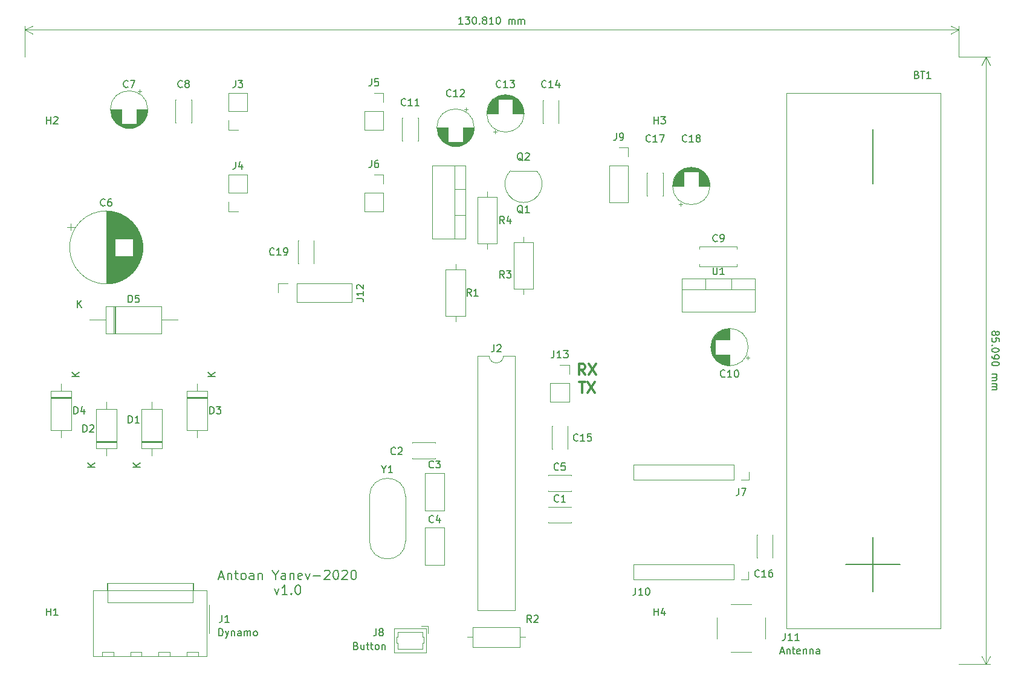
<source format=gto>
G04 #@! TF.GenerationSoftware,KiCad,Pcbnew,(5.1.2)-1*
G04 #@! TF.CreationDate,2020-01-29T21:10:47+02:00*
G04 #@! TF.ProjectId,PCB,5043422e-6b69-4636-9164-5f7063625858,rev?*
G04 #@! TF.SameCoordinates,Original*
G04 #@! TF.FileFunction,Legend,Top*
G04 #@! TF.FilePolarity,Positive*
%FSLAX46Y46*%
G04 Gerber Fmt 4.6, Leading zero omitted, Abs format (unit mm)*
G04 Created by KiCad (PCBNEW (5.1.2)-1) date 2020-01-29 21:10:47*
%MOMM*%
%LPD*%
G04 APERTURE LIST*
%ADD10C,0.300000*%
%ADD11C,0.150000*%
%ADD12C,0.120000*%
G04 APERTURE END LIST*
D10*
X124587142Y-63313571D02*
X125444285Y-63313571D01*
X125015714Y-64813571D02*
X125015714Y-63313571D01*
X125801428Y-63313571D02*
X126801428Y-64813571D01*
X126801428Y-63313571D02*
X125801428Y-64813571D01*
X125480000Y-62273571D02*
X124980000Y-61559285D01*
X124622857Y-62273571D02*
X124622857Y-60773571D01*
X125194285Y-60773571D01*
X125337142Y-60845000D01*
X125408571Y-60916428D01*
X125480000Y-61059285D01*
X125480000Y-61273571D01*
X125408571Y-61416428D01*
X125337142Y-61487857D01*
X125194285Y-61559285D01*
X124622857Y-61559285D01*
X125980000Y-60773571D02*
X126980000Y-62273571D01*
X126980000Y-60773571D02*
X125980000Y-62273571D01*
D11*
X152813095Y-101131666D02*
X153289285Y-101131666D01*
X152717857Y-101417380D02*
X153051190Y-100417380D01*
X153384523Y-101417380D01*
X153717857Y-100750714D02*
X153717857Y-101417380D01*
X153717857Y-100845952D02*
X153765476Y-100798333D01*
X153860714Y-100750714D01*
X154003571Y-100750714D01*
X154098809Y-100798333D01*
X154146428Y-100893571D01*
X154146428Y-101417380D01*
X154479761Y-100750714D02*
X154860714Y-100750714D01*
X154622619Y-100417380D02*
X154622619Y-101274523D01*
X154670238Y-101369761D01*
X154765476Y-101417380D01*
X154860714Y-101417380D01*
X155575000Y-101369761D02*
X155479761Y-101417380D01*
X155289285Y-101417380D01*
X155194047Y-101369761D01*
X155146428Y-101274523D01*
X155146428Y-100893571D01*
X155194047Y-100798333D01*
X155289285Y-100750714D01*
X155479761Y-100750714D01*
X155575000Y-100798333D01*
X155622619Y-100893571D01*
X155622619Y-100988809D01*
X155146428Y-101084047D01*
X156051190Y-100750714D02*
X156051190Y-101417380D01*
X156051190Y-100845952D02*
X156098809Y-100798333D01*
X156194047Y-100750714D01*
X156336904Y-100750714D01*
X156432142Y-100798333D01*
X156479761Y-100893571D01*
X156479761Y-101417380D01*
X156955952Y-100750714D02*
X156955952Y-101417380D01*
X156955952Y-100845952D02*
X157003571Y-100798333D01*
X157098809Y-100750714D01*
X157241666Y-100750714D01*
X157336904Y-100798333D01*
X157384523Y-100893571D01*
X157384523Y-101417380D01*
X158289285Y-101417380D02*
X158289285Y-100893571D01*
X158241666Y-100798333D01*
X158146428Y-100750714D01*
X157955952Y-100750714D01*
X157860714Y-100798333D01*
X158289285Y-101369761D02*
X158194047Y-101417380D01*
X157955952Y-101417380D01*
X157860714Y-101369761D01*
X157813095Y-101274523D01*
X157813095Y-101179285D01*
X157860714Y-101084047D01*
X157955952Y-101036428D01*
X158194047Y-101036428D01*
X158289285Y-100988809D01*
X74168333Y-98877380D02*
X74168333Y-97877380D01*
X74406428Y-97877380D01*
X74549285Y-97925000D01*
X74644523Y-98020238D01*
X74692142Y-98115476D01*
X74739761Y-98305952D01*
X74739761Y-98448809D01*
X74692142Y-98639285D01*
X74644523Y-98734523D01*
X74549285Y-98829761D01*
X74406428Y-98877380D01*
X74168333Y-98877380D01*
X75073095Y-98210714D02*
X75311190Y-98877380D01*
X75549285Y-98210714D02*
X75311190Y-98877380D01*
X75215952Y-99115476D01*
X75168333Y-99163095D01*
X75073095Y-99210714D01*
X75930238Y-98210714D02*
X75930238Y-98877380D01*
X75930238Y-98305952D02*
X75977857Y-98258333D01*
X76073095Y-98210714D01*
X76215952Y-98210714D01*
X76311190Y-98258333D01*
X76358809Y-98353571D01*
X76358809Y-98877380D01*
X77263571Y-98877380D02*
X77263571Y-98353571D01*
X77215952Y-98258333D01*
X77120714Y-98210714D01*
X76930238Y-98210714D01*
X76835000Y-98258333D01*
X77263571Y-98829761D02*
X77168333Y-98877380D01*
X76930238Y-98877380D01*
X76835000Y-98829761D01*
X76787380Y-98734523D01*
X76787380Y-98639285D01*
X76835000Y-98544047D01*
X76930238Y-98496428D01*
X77168333Y-98496428D01*
X77263571Y-98448809D01*
X77739761Y-98877380D02*
X77739761Y-98210714D01*
X77739761Y-98305952D02*
X77787380Y-98258333D01*
X77882619Y-98210714D01*
X78025476Y-98210714D01*
X78120714Y-98258333D01*
X78168333Y-98353571D01*
X78168333Y-98877380D01*
X78168333Y-98353571D02*
X78215952Y-98258333D01*
X78311190Y-98210714D01*
X78454047Y-98210714D01*
X78549285Y-98258333D01*
X78596904Y-98353571D01*
X78596904Y-98877380D01*
X79215952Y-98877380D02*
X79120714Y-98829761D01*
X79073095Y-98782142D01*
X79025476Y-98686904D01*
X79025476Y-98401190D01*
X79073095Y-98305952D01*
X79120714Y-98258333D01*
X79215952Y-98210714D01*
X79358809Y-98210714D01*
X79454047Y-98258333D01*
X79501666Y-98305952D01*
X79549285Y-98401190D01*
X79549285Y-98686904D01*
X79501666Y-98782142D01*
X79454047Y-98829761D01*
X79358809Y-98877380D01*
X79215952Y-98877380D01*
X93392857Y-100258571D02*
X93535714Y-100306190D01*
X93583333Y-100353809D01*
X93630952Y-100449047D01*
X93630952Y-100591904D01*
X93583333Y-100687142D01*
X93535714Y-100734761D01*
X93440476Y-100782380D01*
X93059523Y-100782380D01*
X93059523Y-99782380D01*
X93392857Y-99782380D01*
X93488095Y-99830000D01*
X93535714Y-99877619D01*
X93583333Y-99972857D01*
X93583333Y-100068095D01*
X93535714Y-100163333D01*
X93488095Y-100210952D01*
X93392857Y-100258571D01*
X93059523Y-100258571D01*
X94488095Y-100115714D02*
X94488095Y-100782380D01*
X94059523Y-100115714D02*
X94059523Y-100639523D01*
X94107142Y-100734761D01*
X94202380Y-100782380D01*
X94345238Y-100782380D01*
X94440476Y-100734761D01*
X94488095Y-100687142D01*
X94821428Y-100115714D02*
X95202380Y-100115714D01*
X94964285Y-99782380D02*
X94964285Y-100639523D01*
X95011904Y-100734761D01*
X95107142Y-100782380D01*
X95202380Y-100782380D01*
X95392857Y-100115714D02*
X95773809Y-100115714D01*
X95535714Y-99782380D02*
X95535714Y-100639523D01*
X95583333Y-100734761D01*
X95678571Y-100782380D01*
X95773809Y-100782380D01*
X96250000Y-100782380D02*
X96154761Y-100734761D01*
X96107142Y-100687142D01*
X96059523Y-100591904D01*
X96059523Y-100306190D01*
X96107142Y-100210952D01*
X96154761Y-100163333D01*
X96250000Y-100115714D01*
X96392857Y-100115714D01*
X96488095Y-100163333D01*
X96535714Y-100210952D01*
X96583333Y-100306190D01*
X96583333Y-100591904D01*
X96535714Y-100687142D01*
X96488095Y-100734761D01*
X96392857Y-100782380D01*
X96250000Y-100782380D01*
X97011904Y-100115714D02*
X97011904Y-100782380D01*
X97011904Y-100210952D02*
X97059523Y-100163333D01*
X97154761Y-100115714D01*
X97297619Y-100115714D01*
X97392857Y-100163333D01*
X97440476Y-100258571D01*
X97440476Y-100782380D01*
X74224761Y-90606666D02*
X74843809Y-90606666D01*
X74100952Y-90978095D02*
X74534285Y-89678095D01*
X74967619Y-90978095D01*
X75400952Y-90111428D02*
X75400952Y-90978095D01*
X75400952Y-90235238D02*
X75462857Y-90173333D01*
X75586666Y-90111428D01*
X75772380Y-90111428D01*
X75896190Y-90173333D01*
X75958095Y-90297142D01*
X75958095Y-90978095D01*
X76391428Y-90111428D02*
X76886666Y-90111428D01*
X76577142Y-89678095D02*
X76577142Y-90792380D01*
X76639047Y-90916190D01*
X76762857Y-90978095D01*
X76886666Y-90978095D01*
X77505714Y-90978095D02*
X77381904Y-90916190D01*
X77320000Y-90854285D01*
X77258095Y-90730476D01*
X77258095Y-90359047D01*
X77320000Y-90235238D01*
X77381904Y-90173333D01*
X77505714Y-90111428D01*
X77691428Y-90111428D01*
X77815238Y-90173333D01*
X77877142Y-90235238D01*
X77939047Y-90359047D01*
X77939047Y-90730476D01*
X77877142Y-90854285D01*
X77815238Y-90916190D01*
X77691428Y-90978095D01*
X77505714Y-90978095D01*
X79053333Y-90978095D02*
X79053333Y-90297142D01*
X78991428Y-90173333D01*
X78867619Y-90111428D01*
X78620000Y-90111428D01*
X78496190Y-90173333D01*
X79053333Y-90916190D02*
X78929523Y-90978095D01*
X78620000Y-90978095D01*
X78496190Y-90916190D01*
X78434285Y-90792380D01*
X78434285Y-90668571D01*
X78496190Y-90544761D01*
X78620000Y-90482857D01*
X78929523Y-90482857D01*
X79053333Y-90420952D01*
X79672380Y-90111428D02*
X79672380Y-90978095D01*
X79672380Y-90235238D02*
X79734285Y-90173333D01*
X79858095Y-90111428D01*
X80043809Y-90111428D01*
X80167619Y-90173333D01*
X80229523Y-90297142D01*
X80229523Y-90978095D01*
X82086666Y-90359047D02*
X82086666Y-90978095D01*
X81653333Y-89678095D02*
X82086666Y-90359047D01*
X82520000Y-89678095D01*
X83510476Y-90978095D02*
X83510476Y-90297142D01*
X83448571Y-90173333D01*
X83324761Y-90111428D01*
X83077142Y-90111428D01*
X82953333Y-90173333D01*
X83510476Y-90916190D02*
X83386666Y-90978095D01*
X83077142Y-90978095D01*
X82953333Y-90916190D01*
X82891428Y-90792380D01*
X82891428Y-90668571D01*
X82953333Y-90544761D01*
X83077142Y-90482857D01*
X83386666Y-90482857D01*
X83510476Y-90420952D01*
X84129523Y-90111428D02*
X84129523Y-90978095D01*
X84129523Y-90235238D02*
X84191428Y-90173333D01*
X84315238Y-90111428D01*
X84500952Y-90111428D01*
X84624761Y-90173333D01*
X84686666Y-90297142D01*
X84686666Y-90978095D01*
X85800952Y-90916190D02*
X85677142Y-90978095D01*
X85429523Y-90978095D01*
X85305714Y-90916190D01*
X85243809Y-90792380D01*
X85243809Y-90297142D01*
X85305714Y-90173333D01*
X85429523Y-90111428D01*
X85677142Y-90111428D01*
X85800952Y-90173333D01*
X85862857Y-90297142D01*
X85862857Y-90420952D01*
X85243809Y-90544761D01*
X86296190Y-90111428D02*
X86605714Y-90978095D01*
X86915238Y-90111428D01*
X87410476Y-90482857D02*
X88400952Y-90482857D01*
X88958095Y-89801904D02*
X89020000Y-89740000D01*
X89143809Y-89678095D01*
X89453333Y-89678095D01*
X89577142Y-89740000D01*
X89639047Y-89801904D01*
X89700952Y-89925714D01*
X89700952Y-90049523D01*
X89639047Y-90235238D01*
X88896190Y-90978095D01*
X89700952Y-90978095D01*
X90505714Y-89678095D02*
X90629523Y-89678095D01*
X90753333Y-89740000D01*
X90815238Y-89801904D01*
X90877142Y-89925714D01*
X90939047Y-90173333D01*
X90939047Y-90482857D01*
X90877142Y-90730476D01*
X90815238Y-90854285D01*
X90753333Y-90916190D01*
X90629523Y-90978095D01*
X90505714Y-90978095D01*
X90381904Y-90916190D01*
X90320000Y-90854285D01*
X90258095Y-90730476D01*
X90196190Y-90482857D01*
X90196190Y-90173333D01*
X90258095Y-89925714D01*
X90320000Y-89801904D01*
X90381904Y-89740000D01*
X90505714Y-89678095D01*
X91434285Y-89801904D02*
X91496190Y-89740000D01*
X91620000Y-89678095D01*
X91929523Y-89678095D01*
X92053333Y-89740000D01*
X92115238Y-89801904D01*
X92177142Y-89925714D01*
X92177142Y-90049523D01*
X92115238Y-90235238D01*
X91372380Y-90978095D01*
X92177142Y-90978095D01*
X92981904Y-89678095D02*
X93105714Y-89678095D01*
X93229523Y-89740000D01*
X93291428Y-89801904D01*
X93353333Y-89925714D01*
X93415238Y-90173333D01*
X93415238Y-90482857D01*
X93353333Y-90730476D01*
X93291428Y-90854285D01*
X93229523Y-90916190D01*
X93105714Y-90978095D01*
X92981904Y-90978095D01*
X92858095Y-90916190D01*
X92796190Y-90854285D01*
X92734285Y-90730476D01*
X92672380Y-90482857D01*
X92672380Y-90173333D01*
X92734285Y-89925714D01*
X92796190Y-89801904D01*
X92858095Y-89740000D01*
X92981904Y-89678095D01*
X81962857Y-92211428D02*
X82272380Y-93078095D01*
X82581904Y-92211428D01*
X83758095Y-93078095D02*
X83015238Y-93078095D01*
X83386666Y-93078095D02*
X83386666Y-91778095D01*
X83262857Y-91963809D01*
X83139047Y-92087619D01*
X83015238Y-92149523D01*
X84315238Y-92954285D02*
X84377142Y-93016190D01*
X84315238Y-93078095D01*
X84253333Y-93016190D01*
X84315238Y-92954285D01*
X84315238Y-93078095D01*
X85181904Y-91778095D02*
X85305714Y-91778095D01*
X85429523Y-91840000D01*
X85491428Y-91901904D01*
X85553333Y-92025714D01*
X85615238Y-92273333D01*
X85615238Y-92582857D01*
X85553333Y-92830476D01*
X85491428Y-92954285D01*
X85429523Y-93016190D01*
X85305714Y-93078095D01*
X85181904Y-93078095D01*
X85058095Y-93016190D01*
X84996190Y-92954285D01*
X84934285Y-92830476D01*
X84872380Y-92582857D01*
X84872380Y-92273333D01*
X84934285Y-92025714D01*
X84996190Y-91901904D01*
X85058095Y-91840000D01*
X85181904Y-91778095D01*
X182999047Y-56372619D02*
X183046666Y-56277380D01*
X183094285Y-56229761D01*
X183189523Y-56182142D01*
X183237142Y-56182142D01*
X183332380Y-56229761D01*
X183380000Y-56277380D01*
X183427619Y-56372619D01*
X183427619Y-56563095D01*
X183380000Y-56658333D01*
X183332380Y-56705952D01*
X183237142Y-56753571D01*
X183189523Y-56753571D01*
X183094285Y-56705952D01*
X183046666Y-56658333D01*
X182999047Y-56563095D01*
X182999047Y-56372619D01*
X182951428Y-56277380D01*
X182903809Y-56229761D01*
X182808571Y-56182142D01*
X182618095Y-56182142D01*
X182522857Y-56229761D01*
X182475238Y-56277380D01*
X182427619Y-56372619D01*
X182427619Y-56563095D01*
X182475238Y-56658333D01*
X182522857Y-56705952D01*
X182618095Y-56753571D01*
X182808571Y-56753571D01*
X182903809Y-56705952D01*
X182951428Y-56658333D01*
X182999047Y-56563095D01*
X183427619Y-57658333D02*
X183427619Y-57182142D01*
X182951428Y-57134523D01*
X182999047Y-57182142D01*
X183046666Y-57277380D01*
X183046666Y-57515476D01*
X182999047Y-57610714D01*
X182951428Y-57658333D01*
X182856190Y-57705952D01*
X182618095Y-57705952D01*
X182522857Y-57658333D01*
X182475238Y-57610714D01*
X182427619Y-57515476D01*
X182427619Y-57277380D01*
X182475238Y-57182142D01*
X182522857Y-57134523D01*
X182522857Y-58134523D02*
X182475238Y-58182142D01*
X182427619Y-58134523D01*
X182475238Y-58086904D01*
X182522857Y-58134523D01*
X182427619Y-58134523D01*
X183427619Y-58801190D02*
X183427619Y-58896428D01*
X183380000Y-58991666D01*
X183332380Y-59039285D01*
X183237142Y-59086904D01*
X183046666Y-59134523D01*
X182808571Y-59134523D01*
X182618095Y-59086904D01*
X182522857Y-59039285D01*
X182475238Y-58991666D01*
X182427619Y-58896428D01*
X182427619Y-58801190D01*
X182475238Y-58705952D01*
X182522857Y-58658333D01*
X182618095Y-58610714D01*
X182808571Y-58563095D01*
X183046666Y-58563095D01*
X183237142Y-58610714D01*
X183332380Y-58658333D01*
X183380000Y-58705952D01*
X183427619Y-58801190D01*
X182427619Y-59610714D02*
X182427619Y-59801190D01*
X182475238Y-59896428D01*
X182522857Y-59944047D01*
X182665714Y-60039285D01*
X182856190Y-60086904D01*
X183237142Y-60086904D01*
X183332380Y-60039285D01*
X183380000Y-59991666D01*
X183427619Y-59896428D01*
X183427619Y-59705952D01*
X183380000Y-59610714D01*
X183332380Y-59563095D01*
X183237142Y-59515476D01*
X182999047Y-59515476D01*
X182903809Y-59563095D01*
X182856190Y-59610714D01*
X182808571Y-59705952D01*
X182808571Y-59896428D01*
X182856190Y-59991666D01*
X182903809Y-60039285D01*
X182999047Y-60086904D01*
X183427619Y-60705952D02*
X183427619Y-60801190D01*
X183380000Y-60896428D01*
X183332380Y-60944047D01*
X183237142Y-60991666D01*
X183046666Y-61039285D01*
X182808571Y-61039285D01*
X182618095Y-60991666D01*
X182522857Y-60944047D01*
X182475238Y-60896428D01*
X182427619Y-60801190D01*
X182427619Y-60705952D01*
X182475238Y-60610714D01*
X182522857Y-60563095D01*
X182618095Y-60515476D01*
X182808571Y-60467857D01*
X183046666Y-60467857D01*
X183237142Y-60515476D01*
X183332380Y-60563095D01*
X183380000Y-60610714D01*
X183427619Y-60705952D01*
X182427619Y-62229761D02*
X183094285Y-62229761D01*
X182999047Y-62229761D02*
X183046666Y-62277380D01*
X183094285Y-62372619D01*
X183094285Y-62515476D01*
X183046666Y-62610714D01*
X182951428Y-62658333D01*
X182427619Y-62658333D01*
X182951428Y-62658333D02*
X183046666Y-62705952D01*
X183094285Y-62801190D01*
X183094285Y-62944047D01*
X183046666Y-63039285D01*
X182951428Y-63086904D01*
X182427619Y-63086904D01*
X182427619Y-63563095D02*
X183094285Y-63563095D01*
X182999047Y-63563095D02*
X183046666Y-63610714D01*
X183094285Y-63705952D01*
X183094285Y-63848809D01*
X183046666Y-63944047D01*
X182951428Y-63991666D01*
X182427619Y-63991666D01*
X182951428Y-63991666D02*
X183046666Y-64039285D01*
X183094285Y-64134523D01*
X183094285Y-64277380D01*
X183046666Y-64372619D01*
X182951428Y-64420238D01*
X182427619Y-64420238D01*
D12*
X181610000Y-17780000D02*
X181610000Y-102870000D01*
X177800000Y-17780000D02*
X182196421Y-17780000D01*
X177800000Y-102870000D02*
X182196421Y-102870000D01*
X181610000Y-102870000D02*
X181023579Y-101743496D01*
X181610000Y-102870000D02*
X182196421Y-101743496D01*
X181610000Y-17780000D02*
X181023579Y-18906504D01*
X181610000Y-17780000D02*
X182196421Y-18906504D01*
D11*
X108347380Y-13152380D02*
X107775952Y-13152380D01*
X108061666Y-13152380D02*
X108061666Y-12152380D01*
X107966428Y-12295238D01*
X107871190Y-12390476D01*
X107775952Y-12438095D01*
X108680714Y-12152380D02*
X109299761Y-12152380D01*
X108966428Y-12533333D01*
X109109285Y-12533333D01*
X109204523Y-12580952D01*
X109252142Y-12628571D01*
X109299761Y-12723809D01*
X109299761Y-12961904D01*
X109252142Y-13057142D01*
X109204523Y-13104761D01*
X109109285Y-13152380D01*
X108823571Y-13152380D01*
X108728333Y-13104761D01*
X108680714Y-13057142D01*
X109918809Y-12152380D02*
X110014047Y-12152380D01*
X110109285Y-12200000D01*
X110156904Y-12247619D01*
X110204523Y-12342857D01*
X110252142Y-12533333D01*
X110252142Y-12771428D01*
X110204523Y-12961904D01*
X110156904Y-13057142D01*
X110109285Y-13104761D01*
X110014047Y-13152380D01*
X109918809Y-13152380D01*
X109823571Y-13104761D01*
X109775952Y-13057142D01*
X109728333Y-12961904D01*
X109680714Y-12771428D01*
X109680714Y-12533333D01*
X109728333Y-12342857D01*
X109775952Y-12247619D01*
X109823571Y-12200000D01*
X109918809Y-12152380D01*
X110680714Y-13057142D02*
X110728333Y-13104761D01*
X110680714Y-13152380D01*
X110633095Y-13104761D01*
X110680714Y-13057142D01*
X110680714Y-13152380D01*
X111299761Y-12580952D02*
X111204523Y-12533333D01*
X111156904Y-12485714D01*
X111109285Y-12390476D01*
X111109285Y-12342857D01*
X111156904Y-12247619D01*
X111204523Y-12200000D01*
X111299761Y-12152380D01*
X111490238Y-12152380D01*
X111585476Y-12200000D01*
X111633095Y-12247619D01*
X111680714Y-12342857D01*
X111680714Y-12390476D01*
X111633095Y-12485714D01*
X111585476Y-12533333D01*
X111490238Y-12580952D01*
X111299761Y-12580952D01*
X111204523Y-12628571D01*
X111156904Y-12676190D01*
X111109285Y-12771428D01*
X111109285Y-12961904D01*
X111156904Y-13057142D01*
X111204523Y-13104761D01*
X111299761Y-13152380D01*
X111490238Y-13152380D01*
X111585476Y-13104761D01*
X111633095Y-13057142D01*
X111680714Y-12961904D01*
X111680714Y-12771428D01*
X111633095Y-12676190D01*
X111585476Y-12628571D01*
X111490238Y-12580952D01*
X112633095Y-13152380D02*
X112061666Y-13152380D01*
X112347380Y-13152380D02*
X112347380Y-12152380D01*
X112252142Y-12295238D01*
X112156904Y-12390476D01*
X112061666Y-12438095D01*
X113252142Y-12152380D02*
X113347380Y-12152380D01*
X113442619Y-12200000D01*
X113490238Y-12247619D01*
X113537857Y-12342857D01*
X113585476Y-12533333D01*
X113585476Y-12771428D01*
X113537857Y-12961904D01*
X113490238Y-13057142D01*
X113442619Y-13104761D01*
X113347380Y-13152380D01*
X113252142Y-13152380D01*
X113156904Y-13104761D01*
X113109285Y-13057142D01*
X113061666Y-12961904D01*
X113014047Y-12771428D01*
X113014047Y-12533333D01*
X113061666Y-12342857D01*
X113109285Y-12247619D01*
X113156904Y-12200000D01*
X113252142Y-12152380D01*
X114775952Y-13152380D02*
X114775952Y-12485714D01*
X114775952Y-12580952D02*
X114823571Y-12533333D01*
X114918809Y-12485714D01*
X115061666Y-12485714D01*
X115156904Y-12533333D01*
X115204523Y-12628571D01*
X115204523Y-13152380D01*
X115204523Y-12628571D02*
X115252142Y-12533333D01*
X115347380Y-12485714D01*
X115490238Y-12485714D01*
X115585476Y-12533333D01*
X115633095Y-12628571D01*
X115633095Y-13152380D01*
X116109285Y-13152380D02*
X116109285Y-12485714D01*
X116109285Y-12580952D02*
X116156904Y-12533333D01*
X116252142Y-12485714D01*
X116395000Y-12485714D01*
X116490238Y-12533333D01*
X116537857Y-12628571D01*
X116537857Y-13152380D01*
X116537857Y-12628571D02*
X116585476Y-12533333D01*
X116680714Y-12485714D01*
X116823571Y-12485714D01*
X116918809Y-12533333D01*
X116966428Y-12628571D01*
X116966428Y-13152380D01*
D12*
X46990000Y-13970000D02*
X177800000Y-13970000D01*
X46990000Y-17780000D02*
X46990000Y-13383579D01*
X177800000Y-17780000D02*
X177800000Y-13383579D01*
X177800000Y-13970000D02*
X176673496Y-14556421D01*
X177800000Y-13970000D02*
X176673496Y-13383579D01*
X46990000Y-13970000D02*
X48116504Y-14556421D01*
X46990000Y-13970000D02*
X48116504Y-13383579D01*
X153670000Y-22860000D02*
X175260000Y-22860000D01*
X153670000Y-97860000D02*
X153670000Y-22860000D01*
X175260000Y-97860000D02*
X153670000Y-97860000D01*
X175260000Y-22860000D02*
X175260000Y-97860000D01*
X72505000Y-101740000D02*
X56585000Y-101740000D01*
X56585000Y-101740000D02*
X56585000Y-92515000D01*
X56585000Y-92515000D02*
X58490000Y-92515000D01*
X58490000Y-92515000D02*
X58490000Y-91510000D01*
X58490000Y-91510000D02*
X70600000Y-91510000D01*
X70600000Y-91510000D02*
X70600000Y-92515000D01*
X70600000Y-92515000D02*
X72505000Y-92515000D01*
X72505000Y-92515000D02*
X72505000Y-101740000D01*
X72795000Y-98520000D02*
X72795000Y-94520000D01*
X70485000Y-91510000D02*
X70485000Y-92510000D01*
X70485000Y-92510000D02*
X58605000Y-92510000D01*
X58605000Y-92510000D02*
X58605000Y-91510000D01*
X70485000Y-92510000D02*
X70485000Y-94180000D01*
X70485000Y-94180000D02*
X58605000Y-94180000D01*
X58605000Y-94180000D02*
X58605000Y-92510000D01*
X71285000Y-101740000D02*
X71285000Y-101140000D01*
X71285000Y-101140000D02*
X69685000Y-101140000D01*
X69685000Y-101140000D02*
X69685000Y-101740000D01*
X67325000Y-101740000D02*
X67325000Y-101140000D01*
X67325000Y-101140000D02*
X65725000Y-101140000D01*
X65725000Y-101140000D02*
X65725000Y-101740000D01*
X63365000Y-101740000D02*
X63365000Y-101140000D01*
X63365000Y-101140000D02*
X61765000Y-101140000D01*
X61765000Y-101140000D02*
X61765000Y-101740000D01*
X59405000Y-101740000D02*
X59405000Y-101140000D01*
X59405000Y-101140000D02*
X57805000Y-101140000D01*
X57805000Y-101140000D02*
X57805000Y-101740000D01*
X123040000Y-69480000D02*
X123040000Y-72720000D01*
X120800000Y-69480000D02*
X120800000Y-72720000D01*
X123040000Y-69480000D02*
X122975000Y-69480000D01*
X120865000Y-69480000D02*
X120800000Y-69480000D01*
X123040000Y-72720000D02*
X122975000Y-72720000D01*
X120865000Y-72720000D02*
X120800000Y-72720000D01*
X103210000Y-101220000D02*
X103210000Y-97800000D01*
X103210000Y-97800000D02*
X98740000Y-97800000D01*
X98740000Y-97800000D02*
X98740000Y-101220000D01*
X98740000Y-101220000D02*
X103210000Y-101220000D01*
X100975000Y-98310000D02*
X102700000Y-98310000D01*
X102700000Y-98310000D02*
X102700000Y-99060000D01*
X102700000Y-99060000D02*
X102900000Y-99060000D01*
X102900000Y-99060000D02*
X102900000Y-99860000D01*
X102900000Y-99860000D02*
X102700000Y-99860000D01*
X102700000Y-99860000D02*
X102700000Y-100710000D01*
X102700000Y-100710000D02*
X100975000Y-100710000D01*
X100975000Y-98310000D02*
X99250000Y-98310000D01*
X99250000Y-98310000D02*
X99250000Y-99060000D01*
X99250000Y-99060000D02*
X99050000Y-99060000D01*
X99050000Y-99060000D02*
X99050000Y-99860000D01*
X99050000Y-99860000D02*
X99250000Y-99860000D01*
X99250000Y-99860000D02*
X99250000Y-100710000D01*
X99250000Y-100710000D02*
X100975000Y-100710000D01*
X103500000Y-97510000D02*
X103500000Y-98510000D01*
X103500000Y-97510000D02*
X102500000Y-97510000D01*
X139025000Y-48800000D02*
X149265000Y-48800000D01*
X139025000Y-53441000D02*
X149265000Y-53441000D01*
X139025000Y-48800000D02*
X139025000Y-53441000D01*
X149265000Y-48800000D02*
X149265000Y-53441000D01*
X139025000Y-50310000D02*
X149265000Y-50310000D01*
X142295000Y-48800000D02*
X142295000Y-50310000D01*
X145996000Y-48800000D02*
X145996000Y-50310000D01*
X123520000Y-82970000D02*
X123520000Y-83035000D01*
X123520000Y-80795000D02*
X123520000Y-80860000D01*
X120280000Y-82970000D02*
X120280000Y-83035000D01*
X120280000Y-80795000D02*
X120280000Y-80860000D01*
X120280000Y-83035000D02*
X123520000Y-83035000D01*
X120280000Y-80795000D02*
X123520000Y-80795000D01*
X101270000Y-71843000D02*
X101270000Y-71778000D01*
X101270000Y-74018000D02*
X101270000Y-73953000D01*
X104510000Y-71843000D02*
X104510000Y-71778000D01*
X104510000Y-74018000D02*
X104510000Y-73953000D01*
X104510000Y-71778000D02*
X101270000Y-71778000D01*
X104510000Y-74018000D02*
X101270000Y-74018000D01*
X105764000Y-81340000D02*
X103024000Y-81340000D01*
X105764000Y-76100000D02*
X103024000Y-76100000D01*
X103024000Y-76100000D02*
X103024000Y-81340000D01*
X105764000Y-76100000D02*
X105764000Y-81340000D01*
X105764000Y-83720000D02*
X105764000Y-88960000D01*
X103024000Y-83720000D02*
X103024000Y-88960000D01*
X105764000Y-83720000D02*
X103024000Y-83720000D01*
X105764000Y-88960000D02*
X103024000Y-88960000D01*
X120280000Y-76350000D02*
X123520000Y-76350000D01*
X120280000Y-78590000D02*
X123520000Y-78590000D01*
X120280000Y-76350000D02*
X120280000Y-76415000D01*
X120280000Y-78525000D02*
X120280000Y-78590000D01*
X123520000Y-76350000D02*
X123520000Y-76415000D01*
X123520000Y-78525000D02*
X123520000Y-78590000D01*
X63500000Y-44450000D02*
G75*
G03X63500000Y-44450000I-5120000J0D01*
G01*
X58380000Y-39370000D02*
X58380000Y-49530000D01*
X58420000Y-39370000D02*
X58420000Y-49530000D01*
X58460000Y-39370000D02*
X58460000Y-49530000D01*
X58500000Y-39371000D02*
X58500000Y-49529000D01*
X58540000Y-39372000D02*
X58540000Y-49528000D01*
X58580000Y-39373000D02*
X58580000Y-49527000D01*
X58620000Y-39375000D02*
X58620000Y-49525000D01*
X58660000Y-39377000D02*
X58660000Y-49523000D01*
X58700000Y-39380000D02*
X58700000Y-49520000D01*
X58740000Y-39382000D02*
X58740000Y-49518000D01*
X58780000Y-39385000D02*
X58780000Y-49515000D01*
X58820000Y-39388000D02*
X58820000Y-49512000D01*
X58860000Y-39392000D02*
X58860000Y-49508000D01*
X58900000Y-39396000D02*
X58900000Y-49504000D01*
X58940000Y-39400000D02*
X58940000Y-49500000D01*
X58980000Y-39405000D02*
X58980000Y-49495000D01*
X59020000Y-39410000D02*
X59020000Y-49490000D01*
X59060000Y-39415000D02*
X59060000Y-49485000D01*
X59101000Y-39420000D02*
X59101000Y-49480000D01*
X59141000Y-39426000D02*
X59141000Y-49474000D01*
X59181000Y-39432000D02*
X59181000Y-49468000D01*
X59221000Y-39439000D02*
X59221000Y-49461000D01*
X59261000Y-39446000D02*
X59261000Y-49454000D01*
X59301000Y-39453000D02*
X59301000Y-49447000D01*
X59341000Y-39460000D02*
X59341000Y-49440000D01*
X59381000Y-39468000D02*
X59381000Y-49432000D01*
X59421000Y-39476000D02*
X59421000Y-49424000D01*
X59461000Y-39485000D02*
X59461000Y-49415000D01*
X59501000Y-39494000D02*
X59501000Y-49406000D01*
X59541000Y-39503000D02*
X59541000Y-49397000D01*
X59581000Y-39512000D02*
X59581000Y-49388000D01*
X59621000Y-39522000D02*
X59621000Y-49378000D01*
X59661000Y-39532000D02*
X59661000Y-43209000D01*
X59661000Y-45691000D02*
X59661000Y-49368000D01*
X59701000Y-39543000D02*
X59701000Y-43209000D01*
X59701000Y-45691000D02*
X59701000Y-49357000D01*
X59741000Y-39553000D02*
X59741000Y-43209000D01*
X59741000Y-45691000D02*
X59741000Y-49347000D01*
X59781000Y-39565000D02*
X59781000Y-43209000D01*
X59781000Y-45691000D02*
X59781000Y-49335000D01*
X59821000Y-39576000D02*
X59821000Y-43209000D01*
X59821000Y-45691000D02*
X59821000Y-49324000D01*
X59861000Y-39588000D02*
X59861000Y-43209000D01*
X59861000Y-45691000D02*
X59861000Y-49312000D01*
X59901000Y-39600000D02*
X59901000Y-43209000D01*
X59901000Y-45691000D02*
X59901000Y-49300000D01*
X59941000Y-39613000D02*
X59941000Y-43209000D01*
X59941000Y-45691000D02*
X59941000Y-49287000D01*
X59981000Y-39626000D02*
X59981000Y-43209000D01*
X59981000Y-45691000D02*
X59981000Y-49274000D01*
X60021000Y-39639000D02*
X60021000Y-43209000D01*
X60021000Y-45691000D02*
X60021000Y-49261000D01*
X60061000Y-39653000D02*
X60061000Y-43209000D01*
X60061000Y-45691000D02*
X60061000Y-49247000D01*
X60101000Y-39667000D02*
X60101000Y-43209000D01*
X60101000Y-45691000D02*
X60101000Y-49233000D01*
X60141000Y-39682000D02*
X60141000Y-43209000D01*
X60141000Y-45691000D02*
X60141000Y-49218000D01*
X60181000Y-39696000D02*
X60181000Y-43209000D01*
X60181000Y-45691000D02*
X60181000Y-49204000D01*
X60221000Y-39712000D02*
X60221000Y-43209000D01*
X60221000Y-45691000D02*
X60221000Y-49188000D01*
X60261000Y-39727000D02*
X60261000Y-43209000D01*
X60261000Y-45691000D02*
X60261000Y-49173000D01*
X60301000Y-39743000D02*
X60301000Y-43209000D01*
X60301000Y-45691000D02*
X60301000Y-49157000D01*
X60341000Y-39760000D02*
X60341000Y-43209000D01*
X60341000Y-45691000D02*
X60341000Y-49140000D01*
X60381000Y-39776000D02*
X60381000Y-43209000D01*
X60381000Y-45691000D02*
X60381000Y-49124000D01*
X60421000Y-39793000D02*
X60421000Y-43209000D01*
X60421000Y-45691000D02*
X60421000Y-49107000D01*
X60461000Y-39811000D02*
X60461000Y-43209000D01*
X60461000Y-45691000D02*
X60461000Y-49089000D01*
X60501000Y-39829000D02*
X60501000Y-43209000D01*
X60501000Y-45691000D02*
X60501000Y-49071000D01*
X60541000Y-39847000D02*
X60541000Y-43209000D01*
X60541000Y-45691000D02*
X60541000Y-49053000D01*
X60581000Y-39866000D02*
X60581000Y-43209000D01*
X60581000Y-45691000D02*
X60581000Y-49034000D01*
X60621000Y-39886000D02*
X60621000Y-43209000D01*
X60621000Y-45691000D02*
X60621000Y-49014000D01*
X60661000Y-39905000D02*
X60661000Y-43209000D01*
X60661000Y-45691000D02*
X60661000Y-48995000D01*
X60701000Y-39925000D02*
X60701000Y-43209000D01*
X60701000Y-45691000D02*
X60701000Y-48975000D01*
X60741000Y-39946000D02*
X60741000Y-43209000D01*
X60741000Y-45691000D02*
X60741000Y-48954000D01*
X60781000Y-39967000D02*
X60781000Y-43209000D01*
X60781000Y-45691000D02*
X60781000Y-48933000D01*
X60821000Y-39988000D02*
X60821000Y-43209000D01*
X60821000Y-45691000D02*
X60821000Y-48912000D01*
X60861000Y-40010000D02*
X60861000Y-43209000D01*
X60861000Y-45691000D02*
X60861000Y-48890000D01*
X60901000Y-40033000D02*
X60901000Y-43209000D01*
X60901000Y-45691000D02*
X60901000Y-48867000D01*
X60941000Y-40055000D02*
X60941000Y-43209000D01*
X60941000Y-45691000D02*
X60941000Y-48845000D01*
X60981000Y-40079000D02*
X60981000Y-43209000D01*
X60981000Y-45691000D02*
X60981000Y-48821000D01*
X61021000Y-40103000D02*
X61021000Y-43209000D01*
X61021000Y-45691000D02*
X61021000Y-48797000D01*
X61061000Y-40127000D02*
X61061000Y-43209000D01*
X61061000Y-45691000D02*
X61061000Y-48773000D01*
X61101000Y-40152000D02*
X61101000Y-43209000D01*
X61101000Y-45691000D02*
X61101000Y-48748000D01*
X61141000Y-40177000D02*
X61141000Y-43209000D01*
X61141000Y-45691000D02*
X61141000Y-48723000D01*
X61181000Y-40203000D02*
X61181000Y-43209000D01*
X61181000Y-45691000D02*
X61181000Y-48697000D01*
X61221000Y-40229000D02*
X61221000Y-43209000D01*
X61221000Y-45691000D02*
X61221000Y-48671000D01*
X61261000Y-40256000D02*
X61261000Y-43209000D01*
X61261000Y-45691000D02*
X61261000Y-48644000D01*
X61301000Y-40284000D02*
X61301000Y-43209000D01*
X61301000Y-45691000D02*
X61301000Y-48616000D01*
X61341000Y-40312000D02*
X61341000Y-43209000D01*
X61341000Y-45691000D02*
X61341000Y-48588000D01*
X61381000Y-40340000D02*
X61381000Y-43209000D01*
X61381000Y-45691000D02*
X61381000Y-48560000D01*
X61421000Y-40370000D02*
X61421000Y-43209000D01*
X61421000Y-45691000D02*
X61421000Y-48530000D01*
X61461000Y-40400000D02*
X61461000Y-43209000D01*
X61461000Y-45691000D02*
X61461000Y-48500000D01*
X61501000Y-40430000D02*
X61501000Y-43209000D01*
X61501000Y-45691000D02*
X61501000Y-48470000D01*
X61541000Y-40461000D02*
X61541000Y-43209000D01*
X61541000Y-45691000D02*
X61541000Y-48439000D01*
X61581000Y-40493000D02*
X61581000Y-43209000D01*
X61581000Y-45691000D02*
X61581000Y-48407000D01*
X61621000Y-40525000D02*
X61621000Y-43209000D01*
X61621000Y-45691000D02*
X61621000Y-48375000D01*
X61661000Y-40558000D02*
X61661000Y-43209000D01*
X61661000Y-45691000D02*
X61661000Y-48342000D01*
X61701000Y-40592000D02*
X61701000Y-43209000D01*
X61701000Y-45691000D02*
X61701000Y-48308000D01*
X61741000Y-40626000D02*
X61741000Y-43209000D01*
X61741000Y-45691000D02*
X61741000Y-48274000D01*
X61781000Y-40661000D02*
X61781000Y-43209000D01*
X61781000Y-45691000D02*
X61781000Y-48239000D01*
X61821000Y-40697000D02*
X61821000Y-43209000D01*
X61821000Y-45691000D02*
X61821000Y-48203000D01*
X61861000Y-40734000D02*
X61861000Y-43209000D01*
X61861000Y-45691000D02*
X61861000Y-48166000D01*
X61901000Y-40771000D02*
X61901000Y-43209000D01*
X61901000Y-45691000D02*
X61901000Y-48129000D01*
X61941000Y-40810000D02*
X61941000Y-43209000D01*
X61941000Y-45691000D02*
X61941000Y-48090000D01*
X61981000Y-40849000D02*
X61981000Y-43209000D01*
X61981000Y-45691000D02*
X61981000Y-48051000D01*
X62021000Y-40889000D02*
X62021000Y-43209000D01*
X62021000Y-45691000D02*
X62021000Y-48011000D01*
X62061000Y-40930000D02*
X62061000Y-43209000D01*
X62061000Y-45691000D02*
X62061000Y-47970000D01*
X62101000Y-40972000D02*
X62101000Y-43209000D01*
X62101000Y-45691000D02*
X62101000Y-47928000D01*
X62141000Y-41014000D02*
X62141000Y-47886000D01*
X62181000Y-41058000D02*
X62181000Y-47842000D01*
X62221000Y-41103000D02*
X62221000Y-47797000D01*
X62261000Y-41149000D02*
X62261000Y-47751000D01*
X62301000Y-41196000D02*
X62301000Y-47704000D01*
X62341000Y-41244000D02*
X62341000Y-47656000D01*
X62381000Y-41294000D02*
X62381000Y-47606000D01*
X62421000Y-41344000D02*
X62421000Y-47556000D01*
X62461000Y-41396000D02*
X62461000Y-47504000D01*
X62501000Y-41450000D02*
X62501000Y-47450000D01*
X62541000Y-41505000D02*
X62541000Y-47395000D01*
X62581000Y-41561000D02*
X62581000Y-47339000D01*
X62621000Y-41620000D02*
X62621000Y-47280000D01*
X62661000Y-41680000D02*
X62661000Y-47220000D01*
X62701000Y-41741000D02*
X62701000Y-47159000D01*
X62741000Y-41805000D02*
X62741000Y-47095000D01*
X62781000Y-41871000D02*
X62781000Y-47029000D01*
X62821000Y-41940000D02*
X62821000Y-46960000D01*
X62861000Y-42011000D02*
X62861000Y-46889000D01*
X62901000Y-42085000D02*
X62901000Y-46815000D01*
X62941000Y-42161000D02*
X62941000Y-46739000D01*
X62981000Y-42241000D02*
X62981000Y-46659000D01*
X63021000Y-42325000D02*
X63021000Y-46575000D01*
X63061000Y-42413000D02*
X63061000Y-46487000D01*
X63101000Y-42506000D02*
X63101000Y-46394000D01*
X63141000Y-42604000D02*
X63141000Y-46296000D01*
X63181000Y-42708000D02*
X63181000Y-46192000D01*
X63221000Y-42820000D02*
X63221000Y-46080000D01*
X63261000Y-42940000D02*
X63261000Y-45960000D01*
X63301000Y-43072000D02*
X63301000Y-45828000D01*
X63341000Y-43220000D02*
X63341000Y-45680000D01*
X63381000Y-43388000D02*
X63381000Y-45512000D01*
X63421000Y-43588000D02*
X63421000Y-45312000D01*
X63461000Y-43851000D02*
X63461000Y-45049000D01*
X52900354Y-41575000D02*
X53900354Y-41575000D01*
X53400354Y-41075000D02*
X53400354Y-42075000D01*
X64215000Y-25130000D02*
G75*
G03X64215000Y-25130000I-2620000J0D01*
G01*
X60555000Y-25130000D02*
X59015000Y-25130000D01*
X64175000Y-25130000D02*
X62635000Y-25130000D01*
X60555000Y-25170000D02*
X59015000Y-25170000D01*
X64175000Y-25170000D02*
X62635000Y-25170000D01*
X64174000Y-25210000D02*
X62635000Y-25210000D01*
X60555000Y-25210000D02*
X59016000Y-25210000D01*
X64173000Y-25250000D02*
X62635000Y-25250000D01*
X60555000Y-25250000D02*
X59017000Y-25250000D01*
X64171000Y-25290000D02*
X62635000Y-25290000D01*
X60555000Y-25290000D02*
X59019000Y-25290000D01*
X64168000Y-25330000D02*
X62635000Y-25330000D01*
X60555000Y-25330000D02*
X59022000Y-25330000D01*
X64164000Y-25370000D02*
X62635000Y-25370000D01*
X60555000Y-25370000D02*
X59026000Y-25370000D01*
X64160000Y-25410000D02*
X62635000Y-25410000D01*
X60555000Y-25410000D02*
X59030000Y-25410000D01*
X64156000Y-25450000D02*
X62635000Y-25450000D01*
X60555000Y-25450000D02*
X59034000Y-25450000D01*
X64151000Y-25490000D02*
X62635000Y-25490000D01*
X60555000Y-25490000D02*
X59039000Y-25490000D01*
X64145000Y-25530000D02*
X62635000Y-25530000D01*
X60555000Y-25530000D02*
X59045000Y-25530000D01*
X64138000Y-25570000D02*
X62635000Y-25570000D01*
X60555000Y-25570000D02*
X59052000Y-25570000D01*
X64131000Y-25610000D02*
X62635000Y-25610000D01*
X60555000Y-25610000D02*
X59059000Y-25610000D01*
X64123000Y-25650000D02*
X62635000Y-25650000D01*
X60555000Y-25650000D02*
X59067000Y-25650000D01*
X64115000Y-25690000D02*
X62635000Y-25690000D01*
X60555000Y-25690000D02*
X59075000Y-25690000D01*
X64106000Y-25730000D02*
X62635000Y-25730000D01*
X60555000Y-25730000D02*
X59084000Y-25730000D01*
X64096000Y-25770000D02*
X62635000Y-25770000D01*
X60555000Y-25770000D02*
X59094000Y-25770000D01*
X64086000Y-25810000D02*
X62635000Y-25810000D01*
X60555000Y-25810000D02*
X59104000Y-25810000D01*
X64075000Y-25851000D02*
X62635000Y-25851000D01*
X60555000Y-25851000D02*
X59115000Y-25851000D01*
X64063000Y-25891000D02*
X62635000Y-25891000D01*
X60555000Y-25891000D02*
X59127000Y-25891000D01*
X64050000Y-25931000D02*
X62635000Y-25931000D01*
X60555000Y-25931000D02*
X59140000Y-25931000D01*
X64037000Y-25971000D02*
X62635000Y-25971000D01*
X60555000Y-25971000D02*
X59153000Y-25971000D01*
X64023000Y-26011000D02*
X62635000Y-26011000D01*
X60555000Y-26011000D02*
X59167000Y-26011000D01*
X64009000Y-26051000D02*
X62635000Y-26051000D01*
X60555000Y-26051000D02*
X59181000Y-26051000D01*
X63993000Y-26091000D02*
X62635000Y-26091000D01*
X60555000Y-26091000D02*
X59197000Y-26091000D01*
X63977000Y-26131000D02*
X62635000Y-26131000D01*
X60555000Y-26131000D02*
X59213000Y-26131000D01*
X63960000Y-26171000D02*
X62635000Y-26171000D01*
X60555000Y-26171000D02*
X59230000Y-26171000D01*
X63943000Y-26211000D02*
X62635000Y-26211000D01*
X60555000Y-26211000D02*
X59247000Y-26211000D01*
X63924000Y-26251000D02*
X62635000Y-26251000D01*
X60555000Y-26251000D02*
X59266000Y-26251000D01*
X63905000Y-26291000D02*
X62635000Y-26291000D01*
X60555000Y-26291000D02*
X59285000Y-26291000D01*
X63885000Y-26331000D02*
X62635000Y-26331000D01*
X60555000Y-26331000D02*
X59305000Y-26331000D01*
X63863000Y-26371000D02*
X62635000Y-26371000D01*
X60555000Y-26371000D02*
X59327000Y-26371000D01*
X63842000Y-26411000D02*
X62635000Y-26411000D01*
X60555000Y-26411000D02*
X59348000Y-26411000D01*
X63819000Y-26451000D02*
X62635000Y-26451000D01*
X60555000Y-26451000D02*
X59371000Y-26451000D01*
X63795000Y-26491000D02*
X62635000Y-26491000D01*
X60555000Y-26491000D02*
X59395000Y-26491000D01*
X63770000Y-26531000D02*
X62635000Y-26531000D01*
X60555000Y-26531000D02*
X59420000Y-26531000D01*
X63744000Y-26571000D02*
X62635000Y-26571000D01*
X60555000Y-26571000D02*
X59446000Y-26571000D01*
X63717000Y-26611000D02*
X62635000Y-26611000D01*
X60555000Y-26611000D02*
X59473000Y-26611000D01*
X63690000Y-26651000D02*
X62635000Y-26651000D01*
X60555000Y-26651000D02*
X59500000Y-26651000D01*
X63660000Y-26691000D02*
X62635000Y-26691000D01*
X60555000Y-26691000D02*
X59530000Y-26691000D01*
X63630000Y-26731000D02*
X62635000Y-26731000D01*
X60555000Y-26731000D02*
X59560000Y-26731000D01*
X63599000Y-26771000D02*
X62635000Y-26771000D01*
X60555000Y-26771000D02*
X59591000Y-26771000D01*
X63566000Y-26811000D02*
X62635000Y-26811000D01*
X60555000Y-26811000D02*
X59624000Y-26811000D01*
X63532000Y-26851000D02*
X62635000Y-26851000D01*
X60555000Y-26851000D02*
X59658000Y-26851000D01*
X63496000Y-26891000D02*
X62635000Y-26891000D01*
X60555000Y-26891000D02*
X59694000Y-26891000D01*
X63459000Y-26931000D02*
X62635000Y-26931000D01*
X60555000Y-26931000D02*
X59731000Y-26931000D01*
X63421000Y-26971000D02*
X62635000Y-26971000D01*
X60555000Y-26971000D02*
X59769000Y-26971000D01*
X63380000Y-27011000D02*
X62635000Y-27011000D01*
X60555000Y-27011000D02*
X59810000Y-27011000D01*
X63338000Y-27051000D02*
X62635000Y-27051000D01*
X60555000Y-27051000D02*
X59852000Y-27051000D01*
X63294000Y-27091000D02*
X62635000Y-27091000D01*
X60555000Y-27091000D02*
X59896000Y-27091000D01*
X63248000Y-27131000D02*
X62635000Y-27131000D01*
X60555000Y-27131000D02*
X59942000Y-27131000D01*
X63200000Y-27171000D02*
X59990000Y-27171000D01*
X63149000Y-27211000D02*
X60041000Y-27211000D01*
X63095000Y-27251000D02*
X60095000Y-27251000D01*
X63038000Y-27291000D02*
X60152000Y-27291000D01*
X62978000Y-27331000D02*
X60212000Y-27331000D01*
X62914000Y-27371000D02*
X60276000Y-27371000D01*
X62846000Y-27411000D02*
X60344000Y-27411000D01*
X62773000Y-27451000D02*
X60417000Y-27451000D01*
X62693000Y-27491000D02*
X60497000Y-27491000D01*
X62606000Y-27531000D02*
X60584000Y-27531000D01*
X62510000Y-27571000D02*
X60680000Y-27571000D01*
X62400000Y-27611000D02*
X60790000Y-27611000D01*
X62272000Y-27651000D02*
X60918000Y-27651000D01*
X62113000Y-27691000D02*
X61077000Y-27691000D01*
X61879000Y-27731000D02*
X61311000Y-27731000D01*
X63070000Y-22325225D02*
X63070000Y-22825225D01*
X63320000Y-22575225D02*
X62820000Y-22575225D01*
X70335000Y-23760000D02*
X70335000Y-27000000D01*
X68095000Y-23760000D02*
X68095000Y-27000000D01*
X70335000Y-23760000D02*
X70270000Y-23760000D01*
X68160000Y-23760000D02*
X68095000Y-23760000D01*
X70335000Y-27000000D02*
X70270000Y-27000000D01*
X68160000Y-27000000D02*
X68095000Y-27000000D01*
X141485000Y-44350000D02*
X146725000Y-44350000D01*
X141485000Y-47090000D02*
X146725000Y-47090000D01*
X141485000Y-44350000D02*
X141485000Y-44665000D01*
X141485000Y-46775000D02*
X141485000Y-47090000D01*
X146725000Y-44350000D02*
X146725000Y-44665000D01*
X146725000Y-46775000D02*
X146725000Y-47090000D01*
X148239775Y-60145000D02*
X148239775Y-59645000D01*
X148489775Y-59895000D02*
X147989775Y-59895000D01*
X143084000Y-58704000D02*
X143084000Y-58136000D01*
X143124000Y-58938000D02*
X143124000Y-57902000D01*
X143164000Y-59097000D02*
X143164000Y-57743000D01*
X143204000Y-59225000D02*
X143204000Y-57615000D01*
X143244000Y-59335000D02*
X143244000Y-57505000D01*
X143284000Y-59431000D02*
X143284000Y-57409000D01*
X143324000Y-59518000D02*
X143324000Y-57322000D01*
X143364000Y-59598000D02*
X143364000Y-57242000D01*
X143404000Y-59671000D02*
X143404000Y-57169000D01*
X143444000Y-59739000D02*
X143444000Y-57101000D01*
X143484000Y-59803000D02*
X143484000Y-57037000D01*
X143524000Y-59863000D02*
X143524000Y-56977000D01*
X143564000Y-59920000D02*
X143564000Y-56920000D01*
X143604000Y-59974000D02*
X143604000Y-56866000D01*
X143644000Y-60025000D02*
X143644000Y-56815000D01*
X143684000Y-57380000D02*
X143684000Y-56767000D01*
X143684000Y-60073000D02*
X143684000Y-59460000D01*
X143724000Y-57380000D02*
X143724000Y-56721000D01*
X143724000Y-60119000D02*
X143724000Y-59460000D01*
X143764000Y-57380000D02*
X143764000Y-56677000D01*
X143764000Y-60163000D02*
X143764000Y-59460000D01*
X143804000Y-57380000D02*
X143804000Y-56635000D01*
X143804000Y-60205000D02*
X143804000Y-59460000D01*
X143844000Y-57380000D02*
X143844000Y-56594000D01*
X143844000Y-60246000D02*
X143844000Y-59460000D01*
X143884000Y-57380000D02*
X143884000Y-56556000D01*
X143884000Y-60284000D02*
X143884000Y-59460000D01*
X143924000Y-57380000D02*
X143924000Y-56519000D01*
X143924000Y-60321000D02*
X143924000Y-59460000D01*
X143964000Y-57380000D02*
X143964000Y-56483000D01*
X143964000Y-60357000D02*
X143964000Y-59460000D01*
X144004000Y-57380000D02*
X144004000Y-56449000D01*
X144004000Y-60391000D02*
X144004000Y-59460000D01*
X144044000Y-57380000D02*
X144044000Y-56416000D01*
X144044000Y-60424000D02*
X144044000Y-59460000D01*
X144084000Y-57380000D02*
X144084000Y-56385000D01*
X144084000Y-60455000D02*
X144084000Y-59460000D01*
X144124000Y-57380000D02*
X144124000Y-56355000D01*
X144124000Y-60485000D02*
X144124000Y-59460000D01*
X144164000Y-57380000D02*
X144164000Y-56325000D01*
X144164000Y-60515000D02*
X144164000Y-59460000D01*
X144204000Y-57380000D02*
X144204000Y-56298000D01*
X144204000Y-60542000D02*
X144204000Y-59460000D01*
X144244000Y-57380000D02*
X144244000Y-56271000D01*
X144244000Y-60569000D02*
X144244000Y-59460000D01*
X144284000Y-57380000D02*
X144284000Y-56245000D01*
X144284000Y-60595000D02*
X144284000Y-59460000D01*
X144324000Y-57380000D02*
X144324000Y-56220000D01*
X144324000Y-60620000D02*
X144324000Y-59460000D01*
X144364000Y-57380000D02*
X144364000Y-56196000D01*
X144364000Y-60644000D02*
X144364000Y-59460000D01*
X144404000Y-57380000D02*
X144404000Y-56173000D01*
X144404000Y-60667000D02*
X144404000Y-59460000D01*
X144444000Y-57380000D02*
X144444000Y-56152000D01*
X144444000Y-60688000D02*
X144444000Y-59460000D01*
X144484000Y-57380000D02*
X144484000Y-56130000D01*
X144484000Y-60710000D02*
X144484000Y-59460000D01*
X144524000Y-57380000D02*
X144524000Y-56110000D01*
X144524000Y-60730000D02*
X144524000Y-59460000D01*
X144564000Y-57380000D02*
X144564000Y-56091000D01*
X144564000Y-60749000D02*
X144564000Y-59460000D01*
X144604000Y-57380000D02*
X144604000Y-56072000D01*
X144604000Y-60768000D02*
X144604000Y-59460000D01*
X144644000Y-57380000D02*
X144644000Y-56055000D01*
X144644000Y-60785000D02*
X144644000Y-59460000D01*
X144684000Y-57380000D02*
X144684000Y-56038000D01*
X144684000Y-60802000D02*
X144684000Y-59460000D01*
X144724000Y-57380000D02*
X144724000Y-56022000D01*
X144724000Y-60818000D02*
X144724000Y-59460000D01*
X144764000Y-57380000D02*
X144764000Y-56006000D01*
X144764000Y-60834000D02*
X144764000Y-59460000D01*
X144804000Y-57380000D02*
X144804000Y-55992000D01*
X144804000Y-60848000D02*
X144804000Y-59460000D01*
X144844000Y-57380000D02*
X144844000Y-55978000D01*
X144844000Y-60862000D02*
X144844000Y-59460000D01*
X144884000Y-57380000D02*
X144884000Y-55965000D01*
X144884000Y-60875000D02*
X144884000Y-59460000D01*
X144924000Y-57380000D02*
X144924000Y-55952000D01*
X144924000Y-60888000D02*
X144924000Y-59460000D01*
X144964000Y-57380000D02*
X144964000Y-55940000D01*
X144964000Y-60900000D02*
X144964000Y-59460000D01*
X145005000Y-57380000D02*
X145005000Y-55929000D01*
X145005000Y-60911000D02*
X145005000Y-59460000D01*
X145045000Y-57380000D02*
X145045000Y-55919000D01*
X145045000Y-60921000D02*
X145045000Y-59460000D01*
X145085000Y-57380000D02*
X145085000Y-55909000D01*
X145085000Y-60931000D02*
X145085000Y-59460000D01*
X145125000Y-57380000D02*
X145125000Y-55900000D01*
X145125000Y-60940000D02*
X145125000Y-59460000D01*
X145165000Y-57380000D02*
X145165000Y-55892000D01*
X145165000Y-60948000D02*
X145165000Y-59460000D01*
X145205000Y-57380000D02*
X145205000Y-55884000D01*
X145205000Y-60956000D02*
X145205000Y-59460000D01*
X145245000Y-57380000D02*
X145245000Y-55877000D01*
X145245000Y-60963000D02*
X145245000Y-59460000D01*
X145285000Y-57380000D02*
X145285000Y-55870000D01*
X145285000Y-60970000D02*
X145285000Y-59460000D01*
X145325000Y-57380000D02*
X145325000Y-55864000D01*
X145325000Y-60976000D02*
X145325000Y-59460000D01*
X145365000Y-57380000D02*
X145365000Y-55859000D01*
X145365000Y-60981000D02*
X145365000Y-59460000D01*
X145405000Y-57380000D02*
X145405000Y-55855000D01*
X145405000Y-60985000D02*
X145405000Y-59460000D01*
X145445000Y-57380000D02*
X145445000Y-55851000D01*
X145445000Y-60989000D02*
X145445000Y-59460000D01*
X145485000Y-57380000D02*
X145485000Y-55847000D01*
X145485000Y-60993000D02*
X145485000Y-59460000D01*
X145525000Y-57380000D02*
X145525000Y-55844000D01*
X145525000Y-60996000D02*
X145525000Y-59460000D01*
X145565000Y-57380000D02*
X145565000Y-55842000D01*
X145565000Y-60998000D02*
X145565000Y-59460000D01*
X145605000Y-57380000D02*
X145605000Y-55841000D01*
X145605000Y-60999000D02*
X145605000Y-59460000D01*
X145645000Y-61000000D02*
X145645000Y-59460000D01*
X145645000Y-57380000D02*
X145645000Y-55840000D01*
X145685000Y-61000000D02*
X145685000Y-59460000D01*
X145685000Y-57380000D02*
X145685000Y-55840000D01*
X148305000Y-58420000D02*
G75*
G03X148305000Y-58420000I-2620000J0D01*
G01*
X102085000Y-26300000D02*
X102085000Y-29540000D01*
X99845000Y-26300000D02*
X99845000Y-29540000D01*
X102085000Y-26300000D02*
X102020000Y-26300000D01*
X99910000Y-26300000D02*
X99845000Y-26300000D01*
X102085000Y-29540000D02*
X102020000Y-29540000D01*
X99910000Y-29540000D02*
X99845000Y-29540000D01*
X109040000Y-25115225D02*
X108540000Y-25115225D01*
X108790000Y-24865225D02*
X108790000Y-25365225D01*
X107599000Y-30271000D02*
X107031000Y-30271000D01*
X107833000Y-30231000D02*
X106797000Y-30231000D01*
X107992000Y-30191000D02*
X106638000Y-30191000D01*
X108120000Y-30151000D02*
X106510000Y-30151000D01*
X108230000Y-30111000D02*
X106400000Y-30111000D01*
X108326000Y-30071000D02*
X106304000Y-30071000D01*
X108413000Y-30031000D02*
X106217000Y-30031000D01*
X108493000Y-29991000D02*
X106137000Y-29991000D01*
X108566000Y-29951000D02*
X106064000Y-29951000D01*
X108634000Y-29911000D02*
X105996000Y-29911000D01*
X108698000Y-29871000D02*
X105932000Y-29871000D01*
X108758000Y-29831000D02*
X105872000Y-29831000D01*
X108815000Y-29791000D02*
X105815000Y-29791000D01*
X108869000Y-29751000D02*
X105761000Y-29751000D01*
X108920000Y-29711000D02*
X105710000Y-29711000D01*
X106275000Y-29671000D02*
X105662000Y-29671000D01*
X108968000Y-29671000D02*
X108355000Y-29671000D01*
X106275000Y-29631000D02*
X105616000Y-29631000D01*
X109014000Y-29631000D02*
X108355000Y-29631000D01*
X106275000Y-29591000D02*
X105572000Y-29591000D01*
X109058000Y-29591000D02*
X108355000Y-29591000D01*
X106275000Y-29551000D02*
X105530000Y-29551000D01*
X109100000Y-29551000D02*
X108355000Y-29551000D01*
X106275000Y-29511000D02*
X105489000Y-29511000D01*
X109141000Y-29511000D02*
X108355000Y-29511000D01*
X106275000Y-29471000D02*
X105451000Y-29471000D01*
X109179000Y-29471000D02*
X108355000Y-29471000D01*
X106275000Y-29431000D02*
X105414000Y-29431000D01*
X109216000Y-29431000D02*
X108355000Y-29431000D01*
X106275000Y-29391000D02*
X105378000Y-29391000D01*
X109252000Y-29391000D02*
X108355000Y-29391000D01*
X106275000Y-29351000D02*
X105344000Y-29351000D01*
X109286000Y-29351000D02*
X108355000Y-29351000D01*
X106275000Y-29311000D02*
X105311000Y-29311000D01*
X109319000Y-29311000D02*
X108355000Y-29311000D01*
X106275000Y-29271000D02*
X105280000Y-29271000D01*
X109350000Y-29271000D02*
X108355000Y-29271000D01*
X106275000Y-29231000D02*
X105250000Y-29231000D01*
X109380000Y-29231000D02*
X108355000Y-29231000D01*
X106275000Y-29191000D02*
X105220000Y-29191000D01*
X109410000Y-29191000D02*
X108355000Y-29191000D01*
X106275000Y-29151000D02*
X105193000Y-29151000D01*
X109437000Y-29151000D02*
X108355000Y-29151000D01*
X106275000Y-29111000D02*
X105166000Y-29111000D01*
X109464000Y-29111000D02*
X108355000Y-29111000D01*
X106275000Y-29071000D02*
X105140000Y-29071000D01*
X109490000Y-29071000D02*
X108355000Y-29071000D01*
X106275000Y-29031000D02*
X105115000Y-29031000D01*
X109515000Y-29031000D02*
X108355000Y-29031000D01*
X106275000Y-28991000D02*
X105091000Y-28991000D01*
X109539000Y-28991000D02*
X108355000Y-28991000D01*
X106275000Y-28951000D02*
X105068000Y-28951000D01*
X109562000Y-28951000D02*
X108355000Y-28951000D01*
X106275000Y-28911000D02*
X105047000Y-28911000D01*
X109583000Y-28911000D02*
X108355000Y-28911000D01*
X106275000Y-28871000D02*
X105025000Y-28871000D01*
X109605000Y-28871000D02*
X108355000Y-28871000D01*
X106275000Y-28831000D02*
X105005000Y-28831000D01*
X109625000Y-28831000D02*
X108355000Y-28831000D01*
X106275000Y-28791000D02*
X104986000Y-28791000D01*
X109644000Y-28791000D02*
X108355000Y-28791000D01*
X106275000Y-28751000D02*
X104967000Y-28751000D01*
X109663000Y-28751000D02*
X108355000Y-28751000D01*
X106275000Y-28711000D02*
X104950000Y-28711000D01*
X109680000Y-28711000D02*
X108355000Y-28711000D01*
X106275000Y-28671000D02*
X104933000Y-28671000D01*
X109697000Y-28671000D02*
X108355000Y-28671000D01*
X106275000Y-28631000D02*
X104917000Y-28631000D01*
X109713000Y-28631000D02*
X108355000Y-28631000D01*
X106275000Y-28591000D02*
X104901000Y-28591000D01*
X109729000Y-28591000D02*
X108355000Y-28591000D01*
X106275000Y-28551000D02*
X104887000Y-28551000D01*
X109743000Y-28551000D02*
X108355000Y-28551000D01*
X106275000Y-28511000D02*
X104873000Y-28511000D01*
X109757000Y-28511000D02*
X108355000Y-28511000D01*
X106275000Y-28471000D02*
X104860000Y-28471000D01*
X109770000Y-28471000D02*
X108355000Y-28471000D01*
X106275000Y-28431000D02*
X104847000Y-28431000D01*
X109783000Y-28431000D02*
X108355000Y-28431000D01*
X106275000Y-28391000D02*
X104835000Y-28391000D01*
X109795000Y-28391000D02*
X108355000Y-28391000D01*
X106275000Y-28350000D02*
X104824000Y-28350000D01*
X109806000Y-28350000D02*
X108355000Y-28350000D01*
X106275000Y-28310000D02*
X104814000Y-28310000D01*
X109816000Y-28310000D02*
X108355000Y-28310000D01*
X106275000Y-28270000D02*
X104804000Y-28270000D01*
X109826000Y-28270000D02*
X108355000Y-28270000D01*
X106275000Y-28230000D02*
X104795000Y-28230000D01*
X109835000Y-28230000D02*
X108355000Y-28230000D01*
X106275000Y-28190000D02*
X104787000Y-28190000D01*
X109843000Y-28190000D02*
X108355000Y-28190000D01*
X106275000Y-28150000D02*
X104779000Y-28150000D01*
X109851000Y-28150000D02*
X108355000Y-28150000D01*
X106275000Y-28110000D02*
X104772000Y-28110000D01*
X109858000Y-28110000D02*
X108355000Y-28110000D01*
X106275000Y-28070000D02*
X104765000Y-28070000D01*
X109865000Y-28070000D02*
X108355000Y-28070000D01*
X106275000Y-28030000D02*
X104759000Y-28030000D01*
X109871000Y-28030000D02*
X108355000Y-28030000D01*
X106275000Y-27990000D02*
X104754000Y-27990000D01*
X109876000Y-27990000D02*
X108355000Y-27990000D01*
X106275000Y-27950000D02*
X104750000Y-27950000D01*
X109880000Y-27950000D02*
X108355000Y-27950000D01*
X106275000Y-27910000D02*
X104746000Y-27910000D01*
X109884000Y-27910000D02*
X108355000Y-27910000D01*
X106275000Y-27870000D02*
X104742000Y-27870000D01*
X109888000Y-27870000D02*
X108355000Y-27870000D01*
X106275000Y-27830000D02*
X104739000Y-27830000D01*
X109891000Y-27830000D02*
X108355000Y-27830000D01*
X106275000Y-27790000D02*
X104737000Y-27790000D01*
X109893000Y-27790000D02*
X108355000Y-27790000D01*
X106275000Y-27750000D02*
X104736000Y-27750000D01*
X109894000Y-27750000D02*
X108355000Y-27750000D01*
X109895000Y-27710000D02*
X108355000Y-27710000D01*
X106275000Y-27710000D02*
X104735000Y-27710000D01*
X109895000Y-27670000D02*
X108355000Y-27670000D01*
X106275000Y-27670000D02*
X104735000Y-27670000D01*
X109935000Y-27670000D02*
G75*
G03X109935000Y-27670000I-2620000J0D01*
G01*
X116920000Y-25670000D02*
G75*
G03X116920000Y-25670000I-2620000J0D01*
G01*
X115340000Y-25670000D02*
X116880000Y-25670000D01*
X111720000Y-25670000D02*
X113260000Y-25670000D01*
X115340000Y-25630000D02*
X116880000Y-25630000D01*
X111720000Y-25630000D02*
X113260000Y-25630000D01*
X111721000Y-25590000D02*
X113260000Y-25590000D01*
X115340000Y-25590000D02*
X116879000Y-25590000D01*
X111722000Y-25550000D02*
X113260000Y-25550000D01*
X115340000Y-25550000D02*
X116878000Y-25550000D01*
X111724000Y-25510000D02*
X113260000Y-25510000D01*
X115340000Y-25510000D02*
X116876000Y-25510000D01*
X111727000Y-25470000D02*
X113260000Y-25470000D01*
X115340000Y-25470000D02*
X116873000Y-25470000D01*
X111731000Y-25430000D02*
X113260000Y-25430000D01*
X115340000Y-25430000D02*
X116869000Y-25430000D01*
X111735000Y-25390000D02*
X113260000Y-25390000D01*
X115340000Y-25390000D02*
X116865000Y-25390000D01*
X111739000Y-25350000D02*
X113260000Y-25350000D01*
X115340000Y-25350000D02*
X116861000Y-25350000D01*
X111744000Y-25310000D02*
X113260000Y-25310000D01*
X115340000Y-25310000D02*
X116856000Y-25310000D01*
X111750000Y-25270000D02*
X113260000Y-25270000D01*
X115340000Y-25270000D02*
X116850000Y-25270000D01*
X111757000Y-25230000D02*
X113260000Y-25230000D01*
X115340000Y-25230000D02*
X116843000Y-25230000D01*
X111764000Y-25190000D02*
X113260000Y-25190000D01*
X115340000Y-25190000D02*
X116836000Y-25190000D01*
X111772000Y-25150000D02*
X113260000Y-25150000D01*
X115340000Y-25150000D02*
X116828000Y-25150000D01*
X111780000Y-25110000D02*
X113260000Y-25110000D01*
X115340000Y-25110000D02*
X116820000Y-25110000D01*
X111789000Y-25070000D02*
X113260000Y-25070000D01*
X115340000Y-25070000D02*
X116811000Y-25070000D01*
X111799000Y-25030000D02*
X113260000Y-25030000D01*
X115340000Y-25030000D02*
X116801000Y-25030000D01*
X111809000Y-24990000D02*
X113260000Y-24990000D01*
X115340000Y-24990000D02*
X116791000Y-24990000D01*
X111820000Y-24949000D02*
X113260000Y-24949000D01*
X115340000Y-24949000D02*
X116780000Y-24949000D01*
X111832000Y-24909000D02*
X113260000Y-24909000D01*
X115340000Y-24909000D02*
X116768000Y-24909000D01*
X111845000Y-24869000D02*
X113260000Y-24869000D01*
X115340000Y-24869000D02*
X116755000Y-24869000D01*
X111858000Y-24829000D02*
X113260000Y-24829000D01*
X115340000Y-24829000D02*
X116742000Y-24829000D01*
X111872000Y-24789000D02*
X113260000Y-24789000D01*
X115340000Y-24789000D02*
X116728000Y-24789000D01*
X111886000Y-24749000D02*
X113260000Y-24749000D01*
X115340000Y-24749000D02*
X116714000Y-24749000D01*
X111902000Y-24709000D02*
X113260000Y-24709000D01*
X115340000Y-24709000D02*
X116698000Y-24709000D01*
X111918000Y-24669000D02*
X113260000Y-24669000D01*
X115340000Y-24669000D02*
X116682000Y-24669000D01*
X111935000Y-24629000D02*
X113260000Y-24629000D01*
X115340000Y-24629000D02*
X116665000Y-24629000D01*
X111952000Y-24589000D02*
X113260000Y-24589000D01*
X115340000Y-24589000D02*
X116648000Y-24589000D01*
X111971000Y-24549000D02*
X113260000Y-24549000D01*
X115340000Y-24549000D02*
X116629000Y-24549000D01*
X111990000Y-24509000D02*
X113260000Y-24509000D01*
X115340000Y-24509000D02*
X116610000Y-24509000D01*
X112010000Y-24469000D02*
X113260000Y-24469000D01*
X115340000Y-24469000D02*
X116590000Y-24469000D01*
X112032000Y-24429000D02*
X113260000Y-24429000D01*
X115340000Y-24429000D02*
X116568000Y-24429000D01*
X112053000Y-24389000D02*
X113260000Y-24389000D01*
X115340000Y-24389000D02*
X116547000Y-24389000D01*
X112076000Y-24349000D02*
X113260000Y-24349000D01*
X115340000Y-24349000D02*
X116524000Y-24349000D01*
X112100000Y-24309000D02*
X113260000Y-24309000D01*
X115340000Y-24309000D02*
X116500000Y-24309000D01*
X112125000Y-24269000D02*
X113260000Y-24269000D01*
X115340000Y-24269000D02*
X116475000Y-24269000D01*
X112151000Y-24229000D02*
X113260000Y-24229000D01*
X115340000Y-24229000D02*
X116449000Y-24229000D01*
X112178000Y-24189000D02*
X113260000Y-24189000D01*
X115340000Y-24189000D02*
X116422000Y-24189000D01*
X112205000Y-24149000D02*
X113260000Y-24149000D01*
X115340000Y-24149000D02*
X116395000Y-24149000D01*
X112235000Y-24109000D02*
X113260000Y-24109000D01*
X115340000Y-24109000D02*
X116365000Y-24109000D01*
X112265000Y-24069000D02*
X113260000Y-24069000D01*
X115340000Y-24069000D02*
X116335000Y-24069000D01*
X112296000Y-24029000D02*
X113260000Y-24029000D01*
X115340000Y-24029000D02*
X116304000Y-24029000D01*
X112329000Y-23989000D02*
X113260000Y-23989000D01*
X115340000Y-23989000D02*
X116271000Y-23989000D01*
X112363000Y-23949000D02*
X113260000Y-23949000D01*
X115340000Y-23949000D02*
X116237000Y-23949000D01*
X112399000Y-23909000D02*
X113260000Y-23909000D01*
X115340000Y-23909000D02*
X116201000Y-23909000D01*
X112436000Y-23869000D02*
X113260000Y-23869000D01*
X115340000Y-23869000D02*
X116164000Y-23869000D01*
X112474000Y-23829000D02*
X113260000Y-23829000D01*
X115340000Y-23829000D02*
X116126000Y-23829000D01*
X112515000Y-23789000D02*
X113260000Y-23789000D01*
X115340000Y-23789000D02*
X116085000Y-23789000D01*
X112557000Y-23749000D02*
X113260000Y-23749000D01*
X115340000Y-23749000D02*
X116043000Y-23749000D01*
X112601000Y-23709000D02*
X113260000Y-23709000D01*
X115340000Y-23709000D02*
X115999000Y-23709000D01*
X112647000Y-23669000D02*
X113260000Y-23669000D01*
X115340000Y-23669000D02*
X115953000Y-23669000D01*
X112695000Y-23629000D02*
X115905000Y-23629000D01*
X112746000Y-23589000D02*
X115854000Y-23589000D01*
X112800000Y-23549000D02*
X115800000Y-23549000D01*
X112857000Y-23509000D02*
X115743000Y-23509000D01*
X112917000Y-23469000D02*
X115683000Y-23469000D01*
X112981000Y-23429000D02*
X115619000Y-23429000D01*
X113049000Y-23389000D02*
X115551000Y-23389000D01*
X113122000Y-23349000D02*
X115478000Y-23349000D01*
X113202000Y-23309000D02*
X115398000Y-23309000D01*
X113289000Y-23269000D02*
X115311000Y-23269000D01*
X113385000Y-23229000D02*
X115215000Y-23229000D01*
X113495000Y-23189000D02*
X115105000Y-23189000D01*
X113623000Y-23149000D02*
X114977000Y-23149000D01*
X113782000Y-23109000D02*
X114818000Y-23109000D01*
X114016000Y-23069000D02*
X114584000Y-23069000D01*
X112825000Y-28474775D02*
X112825000Y-27974775D01*
X112575000Y-28224775D02*
X113075000Y-28224775D01*
X119530000Y-27040000D02*
X119530000Y-23800000D01*
X121770000Y-27040000D02*
X121770000Y-23800000D01*
X119530000Y-27040000D02*
X119595000Y-27040000D01*
X121705000Y-27040000D02*
X121770000Y-27040000D01*
X119530000Y-23800000D02*
X119595000Y-23800000D01*
X121705000Y-23800000D02*
X121770000Y-23800000D01*
X149567000Y-87960000D02*
X149502000Y-87960000D01*
X151742000Y-87960000D02*
X151677000Y-87960000D01*
X149567000Y-84720000D02*
X149502000Y-84720000D01*
X151742000Y-84720000D02*
X151677000Y-84720000D01*
X149502000Y-84720000D02*
X149502000Y-87960000D01*
X151742000Y-84720000D02*
X151742000Y-87960000D01*
X136310000Y-33960000D02*
X136375000Y-33960000D01*
X134135000Y-33960000D02*
X134200000Y-33960000D01*
X136310000Y-37200000D02*
X136375000Y-37200000D01*
X134135000Y-37200000D02*
X134200000Y-37200000D01*
X136375000Y-37200000D02*
X136375000Y-33960000D01*
X134135000Y-37200000D02*
X134135000Y-33960000D01*
X142955000Y-35830000D02*
G75*
G03X142955000Y-35830000I-2620000J0D01*
G01*
X141375000Y-35830000D02*
X142915000Y-35830000D01*
X137755000Y-35830000D02*
X139295000Y-35830000D01*
X141375000Y-35790000D02*
X142915000Y-35790000D01*
X137755000Y-35790000D02*
X139295000Y-35790000D01*
X137756000Y-35750000D02*
X139295000Y-35750000D01*
X141375000Y-35750000D02*
X142914000Y-35750000D01*
X137757000Y-35710000D02*
X139295000Y-35710000D01*
X141375000Y-35710000D02*
X142913000Y-35710000D01*
X137759000Y-35670000D02*
X139295000Y-35670000D01*
X141375000Y-35670000D02*
X142911000Y-35670000D01*
X137762000Y-35630000D02*
X139295000Y-35630000D01*
X141375000Y-35630000D02*
X142908000Y-35630000D01*
X137766000Y-35590000D02*
X139295000Y-35590000D01*
X141375000Y-35590000D02*
X142904000Y-35590000D01*
X137770000Y-35550000D02*
X139295000Y-35550000D01*
X141375000Y-35550000D02*
X142900000Y-35550000D01*
X137774000Y-35510000D02*
X139295000Y-35510000D01*
X141375000Y-35510000D02*
X142896000Y-35510000D01*
X137779000Y-35470000D02*
X139295000Y-35470000D01*
X141375000Y-35470000D02*
X142891000Y-35470000D01*
X137785000Y-35430000D02*
X139295000Y-35430000D01*
X141375000Y-35430000D02*
X142885000Y-35430000D01*
X137792000Y-35390000D02*
X139295000Y-35390000D01*
X141375000Y-35390000D02*
X142878000Y-35390000D01*
X137799000Y-35350000D02*
X139295000Y-35350000D01*
X141375000Y-35350000D02*
X142871000Y-35350000D01*
X137807000Y-35310000D02*
X139295000Y-35310000D01*
X141375000Y-35310000D02*
X142863000Y-35310000D01*
X137815000Y-35270000D02*
X139295000Y-35270000D01*
X141375000Y-35270000D02*
X142855000Y-35270000D01*
X137824000Y-35230000D02*
X139295000Y-35230000D01*
X141375000Y-35230000D02*
X142846000Y-35230000D01*
X137834000Y-35190000D02*
X139295000Y-35190000D01*
X141375000Y-35190000D02*
X142836000Y-35190000D01*
X137844000Y-35150000D02*
X139295000Y-35150000D01*
X141375000Y-35150000D02*
X142826000Y-35150000D01*
X137855000Y-35109000D02*
X139295000Y-35109000D01*
X141375000Y-35109000D02*
X142815000Y-35109000D01*
X137867000Y-35069000D02*
X139295000Y-35069000D01*
X141375000Y-35069000D02*
X142803000Y-35069000D01*
X137880000Y-35029000D02*
X139295000Y-35029000D01*
X141375000Y-35029000D02*
X142790000Y-35029000D01*
X137893000Y-34989000D02*
X139295000Y-34989000D01*
X141375000Y-34989000D02*
X142777000Y-34989000D01*
X137907000Y-34949000D02*
X139295000Y-34949000D01*
X141375000Y-34949000D02*
X142763000Y-34949000D01*
X137921000Y-34909000D02*
X139295000Y-34909000D01*
X141375000Y-34909000D02*
X142749000Y-34909000D01*
X137937000Y-34869000D02*
X139295000Y-34869000D01*
X141375000Y-34869000D02*
X142733000Y-34869000D01*
X137953000Y-34829000D02*
X139295000Y-34829000D01*
X141375000Y-34829000D02*
X142717000Y-34829000D01*
X137970000Y-34789000D02*
X139295000Y-34789000D01*
X141375000Y-34789000D02*
X142700000Y-34789000D01*
X137987000Y-34749000D02*
X139295000Y-34749000D01*
X141375000Y-34749000D02*
X142683000Y-34749000D01*
X138006000Y-34709000D02*
X139295000Y-34709000D01*
X141375000Y-34709000D02*
X142664000Y-34709000D01*
X138025000Y-34669000D02*
X139295000Y-34669000D01*
X141375000Y-34669000D02*
X142645000Y-34669000D01*
X138045000Y-34629000D02*
X139295000Y-34629000D01*
X141375000Y-34629000D02*
X142625000Y-34629000D01*
X138067000Y-34589000D02*
X139295000Y-34589000D01*
X141375000Y-34589000D02*
X142603000Y-34589000D01*
X138088000Y-34549000D02*
X139295000Y-34549000D01*
X141375000Y-34549000D02*
X142582000Y-34549000D01*
X138111000Y-34509000D02*
X139295000Y-34509000D01*
X141375000Y-34509000D02*
X142559000Y-34509000D01*
X138135000Y-34469000D02*
X139295000Y-34469000D01*
X141375000Y-34469000D02*
X142535000Y-34469000D01*
X138160000Y-34429000D02*
X139295000Y-34429000D01*
X141375000Y-34429000D02*
X142510000Y-34429000D01*
X138186000Y-34389000D02*
X139295000Y-34389000D01*
X141375000Y-34389000D02*
X142484000Y-34389000D01*
X138213000Y-34349000D02*
X139295000Y-34349000D01*
X141375000Y-34349000D02*
X142457000Y-34349000D01*
X138240000Y-34309000D02*
X139295000Y-34309000D01*
X141375000Y-34309000D02*
X142430000Y-34309000D01*
X138270000Y-34269000D02*
X139295000Y-34269000D01*
X141375000Y-34269000D02*
X142400000Y-34269000D01*
X138300000Y-34229000D02*
X139295000Y-34229000D01*
X141375000Y-34229000D02*
X142370000Y-34229000D01*
X138331000Y-34189000D02*
X139295000Y-34189000D01*
X141375000Y-34189000D02*
X142339000Y-34189000D01*
X138364000Y-34149000D02*
X139295000Y-34149000D01*
X141375000Y-34149000D02*
X142306000Y-34149000D01*
X138398000Y-34109000D02*
X139295000Y-34109000D01*
X141375000Y-34109000D02*
X142272000Y-34109000D01*
X138434000Y-34069000D02*
X139295000Y-34069000D01*
X141375000Y-34069000D02*
X142236000Y-34069000D01*
X138471000Y-34029000D02*
X139295000Y-34029000D01*
X141375000Y-34029000D02*
X142199000Y-34029000D01*
X138509000Y-33989000D02*
X139295000Y-33989000D01*
X141375000Y-33989000D02*
X142161000Y-33989000D01*
X138550000Y-33949000D02*
X139295000Y-33949000D01*
X141375000Y-33949000D02*
X142120000Y-33949000D01*
X138592000Y-33909000D02*
X139295000Y-33909000D01*
X141375000Y-33909000D02*
X142078000Y-33909000D01*
X138636000Y-33869000D02*
X139295000Y-33869000D01*
X141375000Y-33869000D02*
X142034000Y-33869000D01*
X138682000Y-33829000D02*
X139295000Y-33829000D01*
X141375000Y-33829000D02*
X141988000Y-33829000D01*
X138730000Y-33789000D02*
X141940000Y-33789000D01*
X138781000Y-33749000D02*
X141889000Y-33749000D01*
X138835000Y-33709000D02*
X141835000Y-33709000D01*
X138892000Y-33669000D02*
X141778000Y-33669000D01*
X138952000Y-33629000D02*
X141718000Y-33629000D01*
X139016000Y-33589000D02*
X141654000Y-33589000D01*
X139084000Y-33549000D02*
X141586000Y-33549000D01*
X139157000Y-33509000D02*
X141513000Y-33509000D01*
X139237000Y-33469000D02*
X141433000Y-33469000D01*
X139324000Y-33429000D02*
X141346000Y-33429000D01*
X139420000Y-33389000D02*
X141250000Y-33389000D01*
X139530000Y-33349000D02*
X141140000Y-33349000D01*
X139658000Y-33309000D02*
X141012000Y-33309000D01*
X139817000Y-33269000D02*
X140853000Y-33269000D01*
X140051000Y-33229000D02*
X140619000Y-33229000D01*
X138860000Y-38634775D02*
X138860000Y-38134775D01*
X138610000Y-38384775D02*
X139110000Y-38384775D01*
X63300000Y-72570000D02*
X66240000Y-72570000D01*
X66240000Y-72570000D02*
X66240000Y-67130000D01*
X66240000Y-67130000D02*
X63300000Y-67130000D01*
X63300000Y-67130000D02*
X63300000Y-72570000D01*
X64770000Y-73590000D02*
X64770000Y-72570000D01*
X64770000Y-66110000D02*
X64770000Y-67130000D01*
X63300000Y-71670000D02*
X66240000Y-71670000D01*
X63300000Y-71550000D02*
X66240000Y-71550000D01*
X63300000Y-71790000D02*
X66240000Y-71790000D01*
X56950000Y-72570000D02*
X59890000Y-72570000D01*
X59890000Y-72570000D02*
X59890000Y-67130000D01*
X59890000Y-67130000D02*
X56950000Y-67130000D01*
X56950000Y-67130000D02*
X56950000Y-72570000D01*
X58420000Y-73590000D02*
X58420000Y-72570000D01*
X58420000Y-66110000D02*
X58420000Y-67130000D01*
X56950000Y-71670000D02*
X59890000Y-71670000D01*
X56950000Y-71550000D02*
X59890000Y-71550000D01*
X56950000Y-71790000D02*
X59890000Y-71790000D01*
X72590000Y-65370000D02*
X69650000Y-65370000D01*
X72590000Y-65610000D02*
X69650000Y-65610000D01*
X72590000Y-65490000D02*
X69650000Y-65490000D01*
X71120000Y-71050000D02*
X71120000Y-70030000D01*
X71120000Y-63570000D02*
X71120000Y-64590000D01*
X72590000Y-70030000D02*
X72590000Y-64590000D01*
X69650000Y-70030000D02*
X72590000Y-70030000D01*
X69650000Y-64590000D02*
X69650000Y-70030000D01*
X72590000Y-64590000D02*
X69650000Y-64590000D01*
X53540000Y-65370000D02*
X50600000Y-65370000D01*
X53540000Y-65610000D02*
X50600000Y-65610000D01*
X53540000Y-65490000D02*
X50600000Y-65490000D01*
X52070000Y-71050000D02*
X52070000Y-70030000D01*
X52070000Y-63570000D02*
X52070000Y-64590000D01*
X53540000Y-70030000D02*
X53540000Y-64590000D01*
X50600000Y-70030000D02*
X53540000Y-70030000D01*
X50600000Y-64590000D02*
X50600000Y-70030000D01*
X53540000Y-64590000D02*
X50600000Y-64590000D01*
X58310000Y-52690000D02*
X58310000Y-56530000D01*
X58310000Y-56530000D02*
X66150000Y-56530000D01*
X66150000Y-56530000D02*
X66150000Y-52690000D01*
X66150000Y-52690000D02*
X58310000Y-52690000D01*
X56050000Y-54610000D02*
X58310000Y-54610000D01*
X68410000Y-54610000D02*
X66150000Y-54610000D01*
X59570000Y-52690000D02*
X59570000Y-56530000D01*
X59690000Y-52690000D02*
X59690000Y-56530000D01*
X59450000Y-52690000D02*
X59450000Y-56530000D01*
X114030000Y-59630000D02*
G75*
G02X112030000Y-59630000I-1000000J0D01*
G01*
X112030000Y-59630000D02*
X110380000Y-59630000D01*
X110380000Y-59630000D02*
X110380000Y-95310000D01*
X110380000Y-95310000D02*
X115680000Y-95310000D01*
X115680000Y-95310000D02*
X115680000Y-59630000D01*
X115680000Y-59630000D02*
X114030000Y-59630000D01*
X76835000Y-28000000D02*
X75505000Y-28000000D01*
X75505000Y-28000000D02*
X75505000Y-26670000D01*
X75505000Y-25400000D02*
X75505000Y-22800000D01*
X78165000Y-22800000D02*
X75505000Y-22800000D01*
X78165000Y-25400000D02*
X78165000Y-22800000D01*
X78165000Y-25400000D02*
X75505000Y-25400000D01*
X78165000Y-36830000D02*
X75505000Y-36830000D01*
X78165000Y-36830000D02*
X78165000Y-34230000D01*
X78165000Y-34230000D02*
X75505000Y-34230000D01*
X75505000Y-36830000D02*
X75505000Y-34230000D01*
X75505000Y-39430000D02*
X75505000Y-38100000D01*
X76835000Y-39430000D02*
X75505000Y-39430000D01*
X95885000Y-22800000D02*
X97215000Y-22800000D01*
X97215000Y-22800000D02*
X97215000Y-24130000D01*
X97215000Y-25400000D02*
X97215000Y-28000000D01*
X94555000Y-28000000D02*
X97215000Y-28000000D01*
X94555000Y-25400000D02*
X94555000Y-28000000D01*
X94555000Y-25400000D02*
X97215000Y-25400000D01*
X94555000Y-36830000D02*
X97215000Y-36830000D01*
X94555000Y-36830000D02*
X94555000Y-39430000D01*
X94555000Y-39430000D02*
X97215000Y-39430000D01*
X97215000Y-36830000D02*
X97215000Y-39430000D01*
X97215000Y-34230000D02*
X97215000Y-35560000D01*
X95885000Y-34230000D02*
X97215000Y-34230000D01*
X148380000Y-75947171D02*
X148380000Y-77007171D01*
X148380000Y-77007171D02*
X147320000Y-77007171D01*
X146320000Y-77007171D02*
X132260000Y-77007171D01*
X132260000Y-74887171D02*
X132260000Y-77007171D01*
X146320000Y-74887171D02*
X132260000Y-74887171D01*
X146320000Y-74887171D02*
X146320000Y-77007171D01*
X128845000Y-33020000D02*
X131505000Y-33020000D01*
X128845000Y-33020000D02*
X128845000Y-38160000D01*
X128845000Y-38160000D02*
X131505000Y-38160000D01*
X131505000Y-33020000D02*
X131505000Y-38160000D01*
X131505000Y-30420000D02*
X131505000Y-31750000D01*
X130175000Y-30420000D02*
X131505000Y-30420000D01*
X146298700Y-88857171D02*
X146298700Y-90977171D01*
X146298700Y-88857171D02*
X132238700Y-88857171D01*
X132238700Y-88857171D02*
X132238700Y-90977171D01*
X146298700Y-90977171D02*
X132238700Y-90977171D01*
X148358700Y-90977171D02*
X147298700Y-90977171D01*
X148358700Y-89917171D02*
X148358700Y-90977171D01*
X143965000Y-96340000D02*
X143965000Y-99240000D01*
X150675000Y-96340000D02*
X150675000Y-99240000D01*
X145870000Y-101145000D02*
X148770000Y-101145000D01*
X145870000Y-94435000D02*
X148770000Y-94435000D01*
X85090000Y-52130000D02*
X85090000Y-49470000D01*
X85090000Y-52130000D02*
X92770000Y-52130000D01*
X92770000Y-52130000D02*
X92770000Y-49470000D01*
X85090000Y-49470000D02*
X92770000Y-49470000D01*
X82490000Y-49470000D02*
X83820000Y-49470000D01*
X82490000Y-50800000D02*
X82490000Y-49470000D01*
X108685000Y-47530000D02*
X105945000Y-47530000D01*
X105945000Y-47530000D02*
X105945000Y-54070000D01*
X105945000Y-54070000D02*
X108685000Y-54070000D01*
X108685000Y-54070000D02*
X108685000Y-47530000D01*
X107315000Y-46760000D02*
X107315000Y-47530000D01*
X107315000Y-54840000D02*
X107315000Y-54070000D01*
X100315000Y-79325000D02*
X100315000Y-85575000D01*
X95265000Y-79325000D02*
X95265000Y-85575000D01*
X95265000Y-79325000D02*
G75*
G02X100315000Y-79325000I2525000J0D01*
G01*
X95265000Y-85575000D02*
G75*
G03X100315000Y-85575000I2525000J0D01*
G01*
X116300000Y-100430000D02*
X116300000Y-97690000D01*
X116300000Y-97690000D02*
X109760000Y-97690000D01*
X109760000Y-97690000D02*
X109760000Y-100430000D01*
X109760000Y-100430000D02*
X116300000Y-100430000D01*
X117070000Y-99060000D02*
X116300000Y-99060000D01*
X108990000Y-99060000D02*
X109760000Y-99060000D01*
X118640000Y-33710000D02*
X115040000Y-33710000D01*
X118678478Y-33721522D02*
G75*
G02X116840000Y-38160000I-1838478J-1838478D01*
G01*
X115001522Y-33721522D02*
G75*
G03X116840000Y-38160000I1838478J-1838478D01*
G01*
X108680000Y-32980000D02*
X108680000Y-43220000D01*
X104039000Y-32980000D02*
X104039000Y-43220000D01*
X108680000Y-32980000D02*
X104039000Y-32980000D01*
X108680000Y-43220000D02*
X104039000Y-43220000D01*
X107170000Y-32980000D02*
X107170000Y-43220000D01*
X108680000Y-36250000D02*
X107170000Y-36250000D01*
X108680000Y-39951000D02*
X107170000Y-39951000D01*
X116840000Y-42950000D02*
X116840000Y-43720000D01*
X116840000Y-51030000D02*
X116840000Y-50260000D01*
X115470000Y-43720000D02*
X115470000Y-50260000D01*
X118210000Y-43720000D02*
X115470000Y-43720000D01*
X118210000Y-50260000D02*
X118210000Y-43720000D01*
X115470000Y-50260000D02*
X118210000Y-50260000D01*
X113130000Y-37370000D02*
X110390000Y-37370000D01*
X110390000Y-37370000D02*
X110390000Y-43910000D01*
X110390000Y-43910000D02*
X113130000Y-43910000D01*
X113130000Y-43910000D02*
X113130000Y-37370000D01*
X111760000Y-36600000D02*
X111760000Y-37370000D01*
X111760000Y-44680000D02*
X111760000Y-43910000D01*
X85240000Y-46725000D02*
X85240000Y-43485000D01*
X87480000Y-46725000D02*
X87480000Y-43485000D01*
X85240000Y-46725000D02*
X85305000Y-46725000D01*
X87415000Y-46725000D02*
X87480000Y-46725000D01*
X85240000Y-43485000D02*
X85305000Y-43485000D01*
X87415000Y-43485000D02*
X87480000Y-43485000D01*
X120590000Y-63500000D02*
X123250000Y-63500000D01*
X120590000Y-63500000D02*
X120590000Y-66100000D01*
X120590000Y-66100000D02*
X123250000Y-66100000D01*
X123250000Y-63500000D02*
X123250000Y-66100000D01*
X123250000Y-60900000D02*
X123250000Y-62230000D01*
X121920000Y-60900000D02*
X123250000Y-60900000D01*
D11*
X171934285Y-20248571D02*
X172077142Y-20296190D01*
X172124761Y-20343809D01*
X172172380Y-20439047D01*
X172172380Y-20581904D01*
X172124761Y-20677142D01*
X172077142Y-20724761D01*
X171981904Y-20772380D01*
X171600952Y-20772380D01*
X171600952Y-19772380D01*
X171934285Y-19772380D01*
X172029523Y-19820000D01*
X172077142Y-19867619D01*
X172124761Y-19962857D01*
X172124761Y-20058095D01*
X172077142Y-20153333D01*
X172029523Y-20200952D01*
X171934285Y-20248571D01*
X171600952Y-20248571D01*
X172458095Y-19772380D02*
X173029523Y-19772380D01*
X172743809Y-20772380D02*
X172743809Y-19772380D01*
X173886666Y-20772380D02*
X173315238Y-20772380D01*
X173600952Y-20772380D02*
X173600952Y-19772380D01*
X173505714Y-19915238D01*
X173410476Y-20010476D01*
X173315238Y-20058095D01*
X165814285Y-35559523D02*
X165814285Y-27940476D01*
X165814285Y-92709523D02*
X165814285Y-85090476D01*
X169623809Y-88900000D02*
X162004761Y-88900000D01*
X135128095Y-96012380D02*
X135128095Y-95012380D01*
X135128095Y-95488571D02*
X135699523Y-95488571D01*
X135699523Y-96012380D02*
X135699523Y-95012380D01*
X136604285Y-95345714D02*
X136604285Y-96012380D01*
X136366190Y-94964761D02*
X136128095Y-95679047D01*
X136747142Y-95679047D01*
X50038095Y-96012380D02*
X50038095Y-95012380D01*
X50038095Y-95488571D02*
X50609523Y-95488571D01*
X50609523Y-96012380D02*
X50609523Y-95012380D01*
X51609523Y-96012380D02*
X51038095Y-96012380D01*
X51323809Y-96012380D02*
X51323809Y-95012380D01*
X51228571Y-95155238D01*
X51133333Y-95250476D01*
X51038095Y-95298095D01*
X50038095Y-27122380D02*
X50038095Y-26122380D01*
X50038095Y-26598571D02*
X50609523Y-26598571D01*
X50609523Y-27122380D02*
X50609523Y-26122380D01*
X51038095Y-26217619D02*
X51085714Y-26170000D01*
X51180952Y-26122380D01*
X51419047Y-26122380D01*
X51514285Y-26170000D01*
X51561904Y-26217619D01*
X51609523Y-26312857D01*
X51609523Y-26408095D01*
X51561904Y-26550952D01*
X50990476Y-27122380D01*
X51609523Y-27122380D01*
X135128095Y-27122380D02*
X135128095Y-26122380D01*
X135128095Y-26598571D02*
X135699523Y-26598571D01*
X135699523Y-27122380D02*
X135699523Y-26122380D01*
X136080476Y-26122380D02*
X136699523Y-26122380D01*
X136366190Y-26503333D01*
X136509047Y-26503333D01*
X136604285Y-26550952D01*
X136651904Y-26598571D01*
X136699523Y-26693809D01*
X136699523Y-26931904D01*
X136651904Y-27027142D01*
X136604285Y-27074761D01*
X136509047Y-27122380D01*
X136223333Y-27122380D01*
X136128095Y-27074761D01*
X136080476Y-27027142D01*
X74596666Y-95972380D02*
X74596666Y-96686666D01*
X74549047Y-96829523D01*
X74453809Y-96924761D01*
X74310952Y-96972380D01*
X74215714Y-96972380D01*
X75596666Y-96972380D02*
X75025238Y-96972380D01*
X75310952Y-96972380D02*
X75310952Y-95972380D01*
X75215714Y-96115238D01*
X75120476Y-96210476D01*
X75025238Y-96258095D01*
X124452142Y-71477142D02*
X124404523Y-71524761D01*
X124261666Y-71572380D01*
X124166428Y-71572380D01*
X124023571Y-71524761D01*
X123928333Y-71429523D01*
X123880714Y-71334285D01*
X123833095Y-71143809D01*
X123833095Y-71000952D01*
X123880714Y-70810476D01*
X123928333Y-70715238D01*
X124023571Y-70620000D01*
X124166428Y-70572380D01*
X124261666Y-70572380D01*
X124404523Y-70620000D01*
X124452142Y-70667619D01*
X125404523Y-71572380D02*
X124833095Y-71572380D01*
X125118809Y-71572380D02*
X125118809Y-70572380D01*
X125023571Y-70715238D01*
X124928333Y-70810476D01*
X124833095Y-70858095D01*
X126309285Y-70572380D02*
X125833095Y-70572380D01*
X125785476Y-71048571D01*
X125833095Y-71000952D01*
X125928333Y-70953333D01*
X126166428Y-70953333D01*
X126261666Y-71000952D01*
X126309285Y-71048571D01*
X126356904Y-71143809D01*
X126356904Y-71381904D01*
X126309285Y-71477142D01*
X126261666Y-71524761D01*
X126166428Y-71572380D01*
X125928333Y-71572380D01*
X125833095Y-71524761D01*
X125785476Y-71477142D01*
X96186666Y-97877380D02*
X96186666Y-98591666D01*
X96139047Y-98734523D01*
X96043809Y-98829761D01*
X95900952Y-98877380D01*
X95805714Y-98877380D01*
X96805714Y-98305952D02*
X96710476Y-98258333D01*
X96662857Y-98210714D01*
X96615238Y-98115476D01*
X96615238Y-98067857D01*
X96662857Y-97972619D01*
X96710476Y-97925000D01*
X96805714Y-97877380D01*
X96996190Y-97877380D01*
X97091428Y-97925000D01*
X97139047Y-97972619D01*
X97186666Y-98067857D01*
X97186666Y-98115476D01*
X97139047Y-98210714D01*
X97091428Y-98258333D01*
X96996190Y-98305952D01*
X96805714Y-98305952D01*
X96710476Y-98353571D01*
X96662857Y-98401190D01*
X96615238Y-98496428D01*
X96615238Y-98686904D01*
X96662857Y-98782142D01*
X96710476Y-98829761D01*
X96805714Y-98877380D01*
X96996190Y-98877380D01*
X97091428Y-98829761D01*
X97139047Y-98782142D01*
X97186666Y-98686904D01*
X97186666Y-98496428D01*
X97139047Y-98401190D01*
X97091428Y-98353571D01*
X96996190Y-98305952D01*
X143383095Y-47252380D02*
X143383095Y-48061904D01*
X143430714Y-48157142D01*
X143478333Y-48204761D01*
X143573571Y-48252380D01*
X143764047Y-48252380D01*
X143859285Y-48204761D01*
X143906904Y-48157142D01*
X143954523Y-48061904D01*
X143954523Y-47252380D01*
X144954523Y-48252380D02*
X144383095Y-48252380D01*
X144668809Y-48252380D02*
X144668809Y-47252380D01*
X144573571Y-47395238D01*
X144478333Y-47490476D01*
X144383095Y-47538095D01*
X121753333Y-80022142D02*
X121705714Y-80069761D01*
X121562857Y-80117380D01*
X121467619Y-80117380D01*
X121324761Y-80069761D01*
X121229523Y-79974523D01*
X121181904Y-79879285D01*
X121134285Y-79688809D01*
X121134285Y-79545952D01*
X121181904Y-79355476D01*
X121229523Y-79260238D01*
X121324761Y-79165000D01*
X121467619Y-79117380D01*
X121562857Y-79117380D01*
X121705714Y-79165000D01*
X121753333Y-79212619D01*
X122705714Y-80117380D02*
X122134285Y-80117380D01*
X122420000Y-80117380D02*
X122420000Y-79117380D01*
X122324761Y-79260238D01*
X122229523Y-79355476D01*
X122134285Y-79403095D01*
X98893333Y-73382142D02*
X98845714Y-73429761D01*
X98702857Y-73477380D01*
X98607619Y-73477380D01*
X98464761Y-73429761D01*
X98369523Y-73334523D01*
X98321904Y-73239285D01*
X98274285Y-73048809D01*
X98274285Y-72905952D01*
X98321904Y-72715476D01*
X98369523Y-72620238D01*
X98464761Y-72525000D01*
X98607619Y-72477380D01*
X98702857Y-72477380D01*
X98845714Y-72525000D01*
X98893333Y-72572619D01*
X99274285Y-72572619D02*
X99321904Y-72525000D01*
X99417142Y-72477380D01*
X99655238Y-72477380D01*
X99750476Y-72525000D01*
X99798095Y-72572619D01*
X99845714Y-72667857D01*
X99845714Y-72763095D01*
X99798095Y-72905952D01*
X99226666Y-73477380D01*
X99845714Y-73477380D01*
X104227333Y-75247142D02*
X104179714Y-75294761D01*
X104036857Y-75342380D01*
X103941619Y-75342380D01*
X103798761Y-75294761D01*
X103703523Y-75199523D01*
X103655904Y-75104285D01*
X103608285Y-74913809D01*
X103608285Y-74770952D01*
X103655904Y-74580476D01*
X103703523Y-74485238D01*
X103798761Y-74390000D01*
X103941619Y-74342380D01*
X104036857Y-74342380D01*
X104179714Y-74390000D01*
X104227333Y-74437619D01*
X104560666Y-74342380D02*
X105179714Y-74342380D01*
X104846380Y-74723333D01*
X104989238Y-74723333D01*
X105084476Y-74770952D01*
X105132095Y-74818571D01*
X105179714Y-74913809D01*
X105179714Y-75151904D01*
X105132095Y-75247142D01*
X105084476Y-75294761D01*
X104989238Y-75342380D01*
X104703523Y-75342380D01*
X104608285Y-75294761D01*
X104560666Y-75247142D01*
X104227333Y-82907142D02*
X104179714Y-82954761D01*
X104036857Y-83002380D01*
X103941619Y-83002380D01*
X103798761Y-82954761D01*
X103703523Y-82859523D01*
X103655904Y-82764285D01*
X103608285Y-82573809D01*
X103608285Y-82430952D01*
X103655904Y-82240476D01*
X103703523Y-82145238D01*
X103798761Y-82050000D01*
X103941619Y-82002380D01*
X104036857Y-82002380D01*
X104179714Y-82050000D01*
X104227333Y-82097619D01*
X105084476Y-82335714D02*
X105084476Y-83002380D01*
X104846380Y-81954761D02*
X104608285Y-82669047D01*
X105227333Y-82669047D01*
X121733333Y-75577142D02*
X121685714Y-75624761D01*
X121542857Y-75672380D01*
X121447619Y-75672380D01*
X121304761Y-75624761D01*
X121209523Y-75529523D01*
X121161904Y-75434285D01*
X121114285Y-75243809D01*
X121114285Y-75100952D01*
X121161904Y-74910476D01*
X121209523Y-74815238D01*
X121304761Y-74720000D01*
X121447619Y-74672380D01*
X121542857Y-74672380D01*
X121685714Y-74720000D01*
X121733333Y-74767619D01*
X122638095Y-74672380D02*
X122161904Y-74672380D01*
X122114285Y-75148571D01*
X122161904Y-75100952D01*
X122257142Y-75053333D01*
X122495238Y-75053333D01*
X122590476Y-75100952D01*
X122638095Y-75148571D01*
X122685714Y-75243809D01*
X122685714Y-75481904D01*
X122638095Y-75577142D01*
X122590476Y-75624761D01*
X122495238Y-75672380D01*
X122257142Y-75672380D01*
X122161904Y-75624761D01*
X122114285Y-75577142D01*
X58213333Y-38557142D02*
X58165714Y-38604761D01*
X58022857Y-38652380D01*
X57927619Y-38652380D01*
X57784761Y-38604761D01*
X57689523Y-38509523D01*
X57641904Y-38414285D01*
X57594285Y-38223809D01*
X57594285Y-38080952D01*
X57641904Y-37890476D01*
X57689523Y-37795238D01*
X57784761Y-37700000D01*
X57927619Y-37652380D01*
X58022857Y-37652380D01*
X58165714Y-37700000D01*
X58213333Y-37747619D01*
X59070476Y-37652380D02*
X58880000Y-37652380D01*
X58784761Y-37700000D01*
X58737142Y-37747619D01*
X58641904Y-37890476D01*
X58594285Y-38080952D01*
X58594285Y-38461904D01*
X58641904Y-38557142D01*
X58689523Y-38604761D01*
X58784761Y-38652380D01*
X58975238Y-38652380D01*
X59070476Y-38604761D01*
X59118095Y-38557142D01*
X59165714Y-38461904D01*
X59165714Y-38223809D01*
X59118095Y-38128571D01*
X59070476Y-38080952D01*
X58975238Y-38033333D01*
X58784761Y-38033333D01*
X58689523Y-38080952D01*
X58641904Y-38128571D01*
X58594285Y-38223809D01*
X61428333Y-21947142D02*
X61380714Y-21994761D01*
X61237857Y-22042380D01*
X61142619Y-22042380D01*
X60999761Y-21994761D01*
X60904523Y-21899523D01*
X60856904Y-21804285D01*
X60809285Y-21613809D01*
X60809285Y-21470952D01*
X60856904Y-21280476D01*
X60904523Y-21185238D01*
X60999761Y-21090000D01*
X61142619Y-21042380D01*
X61237857Y-21042380D01*
X61380714Y-21090000D01*
X61428333Y-21137619D01*
X61761666Y-21042380D02*
X62428333Y-21042380D01*
X61999761Y-22042380D01*
X69048333Y-21947142D02*
X69000714Y-21994761D01*
X68857857Y-22042380D01*
X68762619Y-22042380D01*
X68619761Y-21994761D01*
X68524523Y-21899523D01*
X68476904Y-21804285D01*
X68429285Y-21613809D01*
X68429285Y-21470952D01*
X68476904Y-21280476D01*
X68524523Y-21185238D01*
X68619761Y-21090000D01*
X68762619Y-21042380D01*
X68857857Y-21042380D01*
X69000714Y-21090000D01*
X69048333Y-21137619D01*
X69619761Y-21470952D02*
X69524523Y-21423333D01*
X69476904Y-21375714D01*
X69429285Y-21280476D01*
X69429285Y-21232857D01*
X69476904Y-21137619D01*
X69524523Y-21090000D01*
X69619761Y-21042380D01*
X69810238Y-21042380D01*
X69905476Y-21090000D01*
X69953095Y-21137619D01*
X70000714Y-21232857D01*
X70000714Y-21280476D01*
X69953095Y-21375714D01*
X69905476Y-21423333D01*
X69810238Y-21470952D01*
X69619761Y-21470952D01*
X69524523Y-21518571D01*
X69476904Y-21566190D01*
X69429285Y-21661428D01*
X69429285Y-21851904D01*
X69476904Y-21947142D01*
X69524523Y-21994761D01*
X69619761Y-22042380D01*
X69810238Y-22042380D01*
X69905476Y-21994761D01*
X69953095Y-21947142D01*
X70000714Y-21851904D01*
X70000714Y-21661428D01*
X69953095Y-21566190D01*
X69905476Y-21518571D01*
X69810238Y-21470952D01*
X143978333Y-43537142D02*
X143930714Y-43584761D01*
X143787857Y-43632380D01*
X143692619Y-43632380D01*
X143549761Y-43584761D01*
X143454523Y-43489523D01*
X143406904Y-43394285D01*
X143359285Y-43203809D01*
X143359285Y-43060952D01*
X143406904Y-42870476D01*
X143454523Y-42775238D01*
X143549761Y-42680000D01*
X143692619Y-42632380D01*
X143787857Y-42632380D01*
X143930714Y-42680000D01*
X143978333Y-42727619D01*
X144454523Y-43632380D02*
X144645000Y-43632380D01*
X144740238Y-43584761D01*
X144787857Y-43537142D01*
X144883095Y-43394285D01*
X144930714Y-43203809D01*
X144930714Y-42822857D01*
X144883095Y-42727619D01*
X144835476Y-42680000D01*
X144740238Y-42632380D01*
X144549761Y-42632380D01*
X144454523Y-42680000D01*
X144406904Y-42727619D01*
X144359285Y-42822857D01*
X144359285Y-43060952D01*
X144406904Y-43156190D01*
X144454523Y-43203809D01*
X144549761Y-43251428D01*
X144740238Y-43251428D01*
X144835476Y-43203809D01*
X144883095Y-43156190D01*
X144930714Y-43060952D01*
X145042142Y-62527142D02*
X144994523Y-62574761D01*
X144851666Y-62622380D01*
X144756428Y-62622380D01*
X144613571Y-62574761D01*
X144518333Y-62479523D01*
X144470714Y-62384285D01*
X144423095Y-62193809D01*
X144423095Y-62050952D01*
X144470714Y-61860476D01*
X144518333Y-61765238D01*
X144613571Y-61670000D01*
X144756428Y-61622380D01*
X144851666Y-61622380D01*
X144994523Y-61670000D01*
X145042142Y-61717619D01*
X145994523Y-62622380D02*
X145423095Y-62622380D01*
X145708809Y-62622380D02*
X145708809Y-61622380D01*
X145613571Y-61765238D01*
X145518333Y-61860476D01*
X145423095Y-61908095D01*
X146613571Y-61622380D02*
X146708809Y-61622380D01*
X146804047Y-61670000D01*
X146851666Y-61717619D01*
X146899285Y-61812857D01*
X146946904Y-62003333D01*
X146946904Y-62241428D01*
X146899285Y-62431904D01*
X146851666Y-62527142D01*
X146804047Y-62574761D01*
X146708809Y-62622380D01*
X146613571Y-62622380D01*
X146518333Y-62574761D01*
X146470714Y-62527142D01*
X146423095Y-62431904D01*
X146375476Y-62241428D01*
X146375476Y-62003333D01*
X146423095Y-61812857D01*
X146470714Y-61717619D01*
X146518333Y-61670000D01*
X146613571Y-61622380D01*
X100322142Y-24487142D02*
X100274523Y-24534761D01*
X100131666Y-24582380D01*
X100036428Y-24582380D01*
X99893571Y-24534761D01*
X99798333Y-24439523D01*
X99750714Y-24344285D01*
X99703095Y-24153809D01*
X99703095Y-24010952D01*
X99750714Y-23820476D01*
X99798333Y-23725238D01*
X99893571Y-23630000D01*
X100036428Y-23582380D01*
X100131666Y-23582380D01*
X100274523Y-23630000D01*
X100322142Y-23677619D01*
X101274523Y-24582380D02*
X100703095Y-24582380D01*
X100988809Y-24582380D02*
X100988809Y-23582380D01*
X100893571Y-23725238D01*
X100798333Y-23820476D01*
X100703095Y-23868095D01*
X102226904Y-24582380D02*
X101655476Y-24582380D01*
X101941190Y-24582380D02*
X101941190Y-23582380D01*
X101845952Y-23725238D01*
X101750714Y-23820476D01*
X101655476Y-23868095D01*
X106672142Y-23217142D02*
X106624523Y-23264761D01*
X106481666Y-23312380D01*
X106386428Y-23312380D01*
X106243571Y-23264761D01*
X106148333Y-23169523D01*
X106100714Y-23074285D01*
X106053095Y-22883809D01*
X106053095Y-22740952D01*
X106100714Y-22550476D01*
X106148333Y-22455238D01*
X106243571Y-22360000D01*
X106386428Y-22312380D01*
X106481666Y-22312380D01*
X106624523Y-22360000D01*
X106672142Y-22407619D01*
X107624523Y-23312380D02*
X107053095Y-23312380D01*
X107338809Y-23312380D02*
X107338809Y-22312380D01*
X107243571Y-22455238D01*
X107148333Y-22550476D01*
X107053095Y-22598095D01*
X108005476Y-22407619D02*
X108053095Y-22360000D01*
X108148333Y-22312380D01*
X108386428Y-22312380D01*
X108481666Y-22360000D01*
X108529285Y-22407619D01*
X108576904Y-22502857D01*
X108576904Y-22598095D01*
X108529285Y-22740952D01*
X107957857Y-23312380D01*
X108576904Y-23312380D01*
X113657142Y-21947142D02*
X113609523Y-21994761D01*
X113466666Y-22042380D01*
X113371428Y-22042380D01*
X113228571Y-21994761D01*
X113133333Y-21899523D01*
X113085714Y-21804285D01*
X113038095Y-21613809D01*
X113038095Y-21470952D01*
X113085714Y-21280476D01*
X113133333Y-21185238D01*
X113228571Y-21090000D01*
X113371428Y-21042380D01*
X113466666Y-21042380D01*
X113609523Y-21090000D01*
X113657142Y-21137619D01*
X114609523Y-22042380D02*
X114038095Y-22042380D01*
X114323809Y-22042380D02*
X114323809Y-21042380D01*
X114228571Y-21185238D01*
X114133333Y-21280476D01*
X114038095Y-21328095D01*
X114942857Y-21042380D02*
X115561904Y-21042380D01*
X115228571Y-21423333D01*
X115371428Y-21423333D01*
X115466666Y-21470952D01*
X115514285Y-21518571D01*
X115561904Y-21613809D01*
X115561904Y-21851904D01*
X115514285Y-21947142D01*
X115466666Y-21994761D01*
X115371428Y-22042380D01*
X115085714Y-22042380D01*
X114990476Y-21994761D01*
X114942857Y-21947142D01*
X120007142Y-21947142D02*
X119959523Y-21994761D01*
X119816666Y-22042380D01*
X119721428Y-22042380D01*
X119578571Y-21994761D01*
X119483333Y-21899523D01*
X119435714Y-21804285D01*
X119388095Y-21613809D01*
X119388095Y-21470952D01*
X119435714Y-21280476D01*
X119483333Y-21185238D01*
X119578571Y-21090000D01*
X119721428Y-21042380D01*
X119816666Y-21042380D01*
X119959523Y-21090000D01*
X120007142Y-21137619D01*
X120959523Y-22042380D02*
X120388095Y-22042380D01*
X120673809Y-22042380D02*
X120673809Y-21042380D01*
X120578571Y-21185238D01*
X120483333Y-21280476D01*
X120388095Y-21328095D01*
X121816666Y-21375714D02*
X121816666Y-22042380D01*
X121578571Y-20994761D02*
X121340476Y-21709047D01*
X121959523Y-21709047D01*
X149852142Y-90527142D02*
X149804523Y-90574761D01*
X149661666Y-90622380D01*
X149566428Y-90622380D01*
X149423571Y-90574761D01*
X149328333Y-90479523D01*
X149280714Y-90384285D01*
X149233095Y-90193809D01*
X149233095Y-90050952D01*
X149280714Y-89860476D01*
X149328333Y-89765238D01*
X149423571Y-89670000D01*
X149566428Y-89622380D01*
X149661666Y-89622380D01*
X149804523Y-89670000D01*
X149852142Y-89717619D01*
X150804523Y-90622380D02*
X150233095Y-90622380D01*
X150518809Y-90622380D02*
X150518809Y-89622380D01*
X150423571Y-89765238D01*
X150328333Y-89860476D01*
X150233095Y-89908095D01*
X151661666Y-89622380D02*
X151471190Y-89622380D01*
X151375952Y-89670000D01*
X151328333Y-89717619D01*
X151233095Y-89860476D01*
X151185476Y-90050952D01*
X151185476Y-90431904D01*
X151233095Y-90527142D01*
X151280714Y-90574761D01*
X151375952Y-90622380D01*
X151566428Y-90622380D01*
X151661666Y-90574761D01*
X151709285Y-90527142D01*
X151756904Y-90431904D01*
X151756904Y-90193809D01*
X151709285Y-90098571D01*
X151661666Y-90050952D01*
X151566428Y-90003333D01*
X151375952Y-90003333D01*
X151280714Y-90050952D01*
X151233095Y-90098571D01*
X151185476Y-90193809D01*
X134612142Y-29567142D02*
X134564523Y-29614761D01*
X134421666Y-29662380D01*
X134326428Y-29662380D01*
X134183571Y-29614761D01*
X134088333Y-29519523D01*
X134040714Y-29424285D01*
X133993095Y-29233809D01*
X133993095Y-29090952D01*
X134040714Y-28900476D01*
X134088333Y-28805238D01*
X134183571Y-28710000D01*
X134326428Y-28662380D01*
X134421666Y-28662380D01*
X134564523Y-28710000D01*
X134612142Y-28757619D01*
X135564523Y-29662380D02*
X134993095Y-29662380D01*
X135278809Y-29662380D02*
X135278809Y-28662380D01*
X135183571Y-28805238D01*
X135088333Y-28900476D01*
X134993095Y-28948095D01*
X135897857Y-28662380D02*
X136564523Y-28662380D01*
X136135952Y-29662380D01*
X139692142Y-29567142D02*
X139644523Y-29614761D01*
X139501666Y-29662380D01*
X139406428Y-29662380D01*
X139263571Y-29614761D01*
X139168333Y-29519523D01*
X139120714Y-29424285D01*
X139073095Y-29233809D01*
X139073095Y-29090952D01*
X139120714Y-28900476D01*
X139168333Y-28805238D01*
X139263571Y-28710000D01*
X139406428Y-28662380D01*
X139501666Y-28662380D01*
X139644523Y-28710000D01*
X139692142Y-28757619D01*
X140644523Y-29662380D02*
X140073095Y-29662380D01*
X140358809Y-29662380D02*
X140358809Y-28662380D01*
X140263571Y-28805238D01*
X140168333Y-28900476D01*
X140073095Y-28948095D01*
X141215952Y-29090952D02*
X141120714Y-29043333D01*
X141073095Y-28995714D01*
X141025476Y-28900476D01*
X141025476Y-28852857D01*
X141073095Y-28757619D01*
X141120714Y-28710000D01*
X141215952Y-28662380D01*
X141406428Y-28662380D01*
X141501666Y-28710000D01*
X141549285Y-28757619D01*
X141596904Y-28852857D01*
X141596904Y-28900476D01*
X141549285Y-28995714D01*
X141501666Y-29043333D01*
X141406428Y-29090952D01*
X141215952Y-29090952D01*
X141120714Y-29138571D01*
X141073095Y-29186190D01*
X141025476Y-29281428D01*
X141025476Y-29471904D01*
X141073095Y-29567142D01*
X141120714Y-29614761D01*
X141215952Y-29662380D01*
X141406428Y-29662380D01*
X141501666Y-29614761D01*
X141549285Y-29567142D01*
X141596904Y-29471904D01*
X141596904Y-29281428D01*
X141549285Y-29186190D01*
X141501666Y-29138571D01*
X141406428Y-29090952D01*
X61491904Y-69032380D02*
X61491904Y-68032380D01*
X61730000Y-68032380D01*
X61872857Y-68080000D01*
X61968095Y-68175238D01*
X62015714Y-68270476D01*
X62063333Y-68460952D01*
X62063333Y-68603809D01*
X62015714Y-68794285D01*
X61968095Y-68889523D01*
X61872857Y-68984761D01*
X61730000Y-69032380D01*
X61491904Y-69032380D01*
X63015714Y-69032380D02*
X62444285Y-69032380D01*
X62730000Y-69032380D02*
X62730000Y-68032380D01*
X62634761Y-68175238D01*
X62539523Y-68270476D01*
X62444285Y-68318095D01*
X63122380Y-75191904D02*
X62122380Y-75191904D01*
X63122380Y-74620476D02*
X62550952Y-75049047D01*
X62122380Y-74620476D02*
X62693809Y-75191904D01*
X55141904Y-70302380D02*
X55141904Y-69302380D01*
X55380000Y-69302380D01*
X55522857Y-69350000D01*
X55618095Y-69445238D01*
X55665714Y-69540476D01*
X55713333Y-69730952D01*
X55713333Y-69873809D01*
X55665714Y-70064285D01*
X55618095Y-70159523D01*
X55522857Y-70254761D01*
X55380000Y-70302380D01*
X55141904Y-70302380D01*
X56094285Y-69397619D02*
X56141904Y-69350000D01*
X56237142Y-69302380D01*
X56475238Y-69302380D01*
X56570476Y-69350000D01*
X56618095Y-69397619D01*
X56665714Y-69492857D01*
X56665714Y-69588095D01*
X56618095Y-69730952D01*
X56046666Y-70302380D01*
X56665714Y-70302380D01*
X56772380Y-75191904D02*
X55772380Y-75191904D01*
X56772380Y-74620476D02*
X56200952Y-75049047D01*
X55772380Y-74620476D02*
X56343809Y-75191904D01*
X72921904Y-67762380D02*
X72921904Y-66762380D01*
X73160000Y-66762380D01*
X73302857Y-66810000D01*
X73398095Y-66905238D01*
X73445714Y-67000476D01*
X73493333Y-67190952D01*
X73493333Y-67333809D01*
X73445714Y-67524285D01*
X73398095Y-67619523D01*
X73302857Y-67714761D01*
X73160000Y-67762380D01*
X72921904Y-67762380D01*
X73826666Y-66762380D02*
X74445714Y-66762380D01*
X74112380Y-67143333D01*
X74255238Y-67143333D01*
X74350476Y-67190952D01*
X74398095Y-67238571D01*
X74445714Y-67333809D01*
X74445714Y-67571904D01*
X74398095Y-67667142D01*
X74350476Y-67714761D01*
X74255238Y-67762380D01*
X73969523Y-67762380D01*
X73874285Y-67714761D01*
X73826666Y-67667142D01*
X73672380Y-62491904D02*
X72672380Y-62491904D01*
X73672380Y-61920476D02*
X73100952Y-62349047D01*
X72672380Y-61920476D02*
X73243809Y-62491904D01*
X53871904Y-67762380D02*
X53871904Y-66762380D01*
X54110000Y-66762380D01*
X54252857Y-66810000D01*
X54348095Y-66905238D01*
X54395714Y-67000476D01*
X54443333Y-67190952D01*
X54443333Y-67333809D01*
X54395714Y-67524285D01*
X54348095Y-67619523D01*
X54252857Y-67714761D01*
X54110000Y-67762380D01*
X53871904Y-67762380D01*
X55300476Y-67095714D02*
X55300476Y-67762380D01*
X55062380Y-66714761D02*
X54824285Y-67429047D01*
X55443333Y-67429047D01*
X54622380Y-62491904D02*
X53622380Y-62491904D01*
X54622380Y-61920476D02*
X54050952Y-62349047D01*
X53622380Y-61920476D02*
X54193809Y-62491904D01*
X61491904Y-52142380D02*
X61491904Y-51142380D01*
X61730000Y-51142380D01*
X61872857Y-51190000D01*
X61968095Y-51285238D01*
X62015714Y-51380476D01*
X62063333Y-51570952D01*
X62063333Y-51713809D01*
X62015714Y-51904285D01*
X61968095Y-51999523D01*
X61872857Y-52094761D01*
X61730000Y-52142380D01*
X61491904Y-52142380D01*
X62968095Y-51142380D02*
X62491904Y-51142380D01*
X62444285Y-51618571D01*
X62491904Y-51570952D01*
X62587142Y-51523333D01*
X62825238Y-51523333D01*
X62920476Y-51570952D01*
X62968095Y-51618571D01*
X63015714Y-51713809D01*
X63015714Y-51951904D01*
X62968095Y-52047142D01*
X62920476Y-52094761D01*
X62825238Y-52142380D01*
X62587142Y-52142380D01*
X62491904Y-52094761D01*
X62444285Y-52047142D01*
X54348095Y-52862380D02*
X54348095Y-51862380D01*
X54919523Y-52862380D02*
X54490952Y-52290952D01*
X54919523Y-51862380D02*
X54348095Y-52433809D01*
X112696666Y-58082380D02*
X112696666Y-58796666D01*
X112649047Y-58939523D01*
X112553809Y-59034761D01*
X112410952Y-59082380D01*
X112315714Y-59082380D01*
X113125238Y-58177619D02*
X113172857Y-58130000D01*
X113268095Y-58082380D01*
X113506190Y-58082380D01*
X113601428Y-58130000D01*
X113649047Y-58177619D01*
X113696666Y-58272857D01*
X113696666Y-58368095D01*
X113649047Y-58510952D01*
X113077619Y-59082380D01*
X113696666Y-59082380D01*
X76501666Y-21042380D02*
X76501666Y-21756666D01*
X76454047Y-21899523D01*
X76358809Y-21994761D01*
X76215952Y-22042380D01*
X76120714Y-22042380D01*
X76882619Y-21042380D02*
X77501666Y-21042380D01*
X77168333Y-21423333D01*
X77311190Y-21423333D01*
X77406428Y-21470952D01*
X77454047Y-21518571D01*
X77501666Y-21613809D01*
X77501666Y-21851904D01*
X77454047Y-21947142D01*
X77406428Y-21994761D01*
X77311190Y-22042380D01*
X77025476Y-22042380D01*
X76930238Y-21994761D01*
X76882619Y-21947142D01*
X76501666Y-32472380D02*
X76501666Y-33186666D01*
X76454047Y-33329523D01*
X76358809Y-33424761D01*
X76215952Y-33472380D01*
X76120714Y-33472380D01*
X77406428Y-32805714D02*
X77406428Y-33472380D01*
X77168333Y-32424761D02*
X76930238Y-33139047D01*
X77549285Y-33139047D01*
X95551666Y-20812380D02*
X95551666Y-21526666D01*
X95504047Y-21669523D01*
X95408809Y-21764761D01*
X95265952Y-21812380D01*
X95170714Y-21812380D01*
X96504047Y-20812380D02*
X96027857Y-20812380D01*
X95980238Y-21288571D01*
X96027857Y-21240952D01*
X96123095Y-21193333D01*
X96361190Y-21193333D01*
X96456428Y-21240952D01*
X96504047Y-21288571D01*
X96551666Y-21383809D01*
X96551666Y-21621904D01*
X96504047Y-21717142D01*
X96456428Y-21764761D01*
X96361190Y-21812380D01*
X96123095Y-21812380D01*
X96027857Y-21764761D01*
X95980238Y-21717142D01*
X95551666Y-32242380D02*
X95551666Y-32956666D01*
X95504047Y-33099523D01*
X95408809Y-33194761D01*
X95265952Y-33242380D01*
X95170714Y-33242380D01*
X96456428Y-32242380D02*
X96265952Y-32242380D01*
X96170714Y-32290000D01*
X96123095Y-32337619D01*
X96027857Y-32480476D01*
X95980238Y-32670952D01*
X95980238Y-33051904D01*
X96027857Y-33147142D01*
X96075476Y-33194761D01*
X96170714Y-33242380D01*
X96361190Y-33242380D01*
X96456428Y-33194761D01*
X96504047Y-33147142D01*
X96551666Y-33051904D01*
X96551666Y-32813809D01*
X96504047Y-32718571D01*
X96456428Y-32670952D01*
X96361190Y-32623333D01*
X96170714Y-32623333D01*
X96075476Y-32670952D01*
X96027857Y-32718571D01*
X95980238Y-32813809D01*
X146986666Y-78192380D02*
X146986666Y-78906666D01*
X146939047Y-79049523D01*
X146843809Y-79144761D01*
X146700952Y-79192380D01*
X146605714Y-79192380D01*
X147367619Y-78192380D02*
X148034285Y-78192380D01*
X147605714Y-79192380D01*
X129841666Y-28432380D02*
X129841666Y-29146666D01*
X129794047Y-29289523D01*
X129698809Y-29384761D01*
X129555952Y-29432380D01*
X129460714Y-29432380D01*
X130365476Y-29432380D02*
X130555952Y-29432380D01*
X130651190Y-29384761D01*
X130698809Y-29337142D01*
X130794047Y-29194285D01*
X130841666Y-29003809D01*
X130841666Y-28622857D01*
X130794047Y-28527619D01*
X130746428Y-28480000D01*
X130651190Y-28432380D01*
X130460714Y-28432380D01*
X130365476Y-28480000D01*
X130317857Y-28527619D01*
X130270238Y-28622857D01*
X130270238Y-28860952D01*
X130317857Y-28956190D01*
X130365476Y-29003809D01*
X130460714Y-29051428D01*
X130651190Y-29051428D01*
X130746428Y-29003809D01*
X130794047Y-28956190D01*
X130841666Y-28860952D01*
X132540476Y-92162380D02*
X132540476Y-92876666D01*
X132492857Y-93019523D01*
X132397619Y-93114761D01*
X132254761Y-93162380D01*
X132159523Y-93162380D01*
X133540476Y-93162380D02*
X132969047Y-93162380D01*
X133254761Y-93162380D02*
X133254761Y-92162380D01*
X133159523Y-92305238D01*
X133064285Y-92400476D01*
X132969047Y-92448095D01*
X134159523Y-92162380D02*
X134254761Y-92162380D01*
X134350000Y-92210000D01*
X134397619Y-92257619D01*
X134445238Y-92352857D01*
X134492857Y-92543333D01*
X134492857Y-92781428D01*
X134445238Y-92971904D01*
X134397619Y-93067142D01*
X134350000Y-93114761D01*
X134254761Y-93162380D01*
X134159523Y-93162380D01*
X134064285Y-93114761D01*
X134016666Y-93067142D01*
X133969047Y-92971904D01*
X133921428Y-92781428D01*
X133921428Y-92543333D01*
X133969047Y-92352857D01*
X134016666Y-92257619D01*
X134064285Y-92210000D01*
X134159523Y-92162380D01*
X153495476Y-98512380D02*
X153495476Y-99226666D01*
X153447857Y-99369523D01*
X153352619Y-99464761D01*
X153209761Y-99512380D01*
X153114523Y-99512380D01*
X154495476Y-99512380D02*
X153924047Y-99512380D01*
X154209761Y-99512380D02*
X154209761Y-98512380D01*
X154114523Y-98655238D01*
X154019285Y-98750476D01*
X153924047Y-98798095D01*
X155447857Y-99512380D02*
X154876428Y-99512380D01*
X155162142Y-99512380D02*
X155162142Y-98512380D01*
X155066904Y-98655238D01*
X154971666Y-98750476D01*
X154876428Y-98798095D01*
X93432380Y-51609523D02*
X94146666Y-51609523D01*
X94289523Y-51657142D01*
X94384761Y-51752380D01*
X94432380Y-51895238D01*
X94432380Y-51990476D01*
X94432380Y-50609523D02*
X94432380Y-51180952D01*
X94432380Y-50895238D02*
X93432380Y-50895238D01*
X93575238Y-50990476D01*
X93670476Y-51085714D01*
X93718095Y-51180952D01*
X93527619Y-50228571D02*
X93480000Y-50180952D01*
X93432380Y-50085714D01*
X93432380Y-49847619D01*
X93480000Y-49752380D01*
X93527619Y-49704761D01*
X93622857Y-49657142D01*
X93718095Y-49657142D01*
X93860952Y-49704761D01*
X94432380Y-50276190D01*
X94432380Y-49657142D01*
X109518333Y-51252380D02*
X109185000Y-50776190D01*
X108946904Y-51252380D02*
X108946904Y-50252380D01*
X109327857Y-50252380D01*
X109423095Y-50300000D01*
X109470714Y-50347619D01*
X109518333Y-50442857D01*
X109518333Y-50585714D01*
X109470714Y-50680952D01*
X109423095Y-50728571D01*
X109327857Y-50776190D01*
X108946904Y-50776190D01*
X110470714Y-51252380D02*
X109899285Y-51252380D01*
X110185000Y-51252380D02*
X110185000Y-50252380D01*
X110089761Y-50395238D01*
X109994523Y-50490476D01*
X109899285Y-50538095D01*
X97313809Y-75541190D02*
X97313809Y-76017380D01*
X96980476Y-75017380D02*
X97313809Y-75541190D01*
X97647142Y-75017380D01*
X98504285Y-76017380D02*
X97932857Y-76017380D01*
X98218571Y-76017380D02*
X98218571Y-75017380D01*
X98123333Y-75160238D01*
X98028095Y-75255476D01*
X97932857Y-75303095D01*
X117943333Y-96972380D02*
X117610000Y-96496190D01*
X117371904Y-96972380D02*
X117371904Y-95972380D01*
X117752857Y-95972380D01*
X117848095Y-96020000D01*
X117895714Y-96067619D01*
X117943333Y-96162857D01*
X117943333Y-96305714D01*
X117895714Y-96400952D01*
X117848095Y-96448571D01*
X117752857Y-96496190D01*
X117371904Y-96496190D01*
X118324285Y-96067619D02*
X118371904Y-96020000D01*
X118467142Y-95972380D01*
X118705238Y-95972380D01*
X118800476Y-96020000D01*
X118848095Y-96067619D01*
X118895714Y-96162857D01*
X118895714Y-96258095D01*
X118848095Y-96400952D01*
X118276666Y-96972380D01*
X118895714Y-96972380D01*
X116744761Y-39667619D02*
X116649523Y-39620000D01*
X116554285Y-39524761D01*
X116411428Y-39381904D01*
X116316190Y-39334285D01*
X116220952Y-39334285D01*
X116268571Y-39572380D02*
X116173333Y-39524761D01*
X116078095Y-39429523D01*
X116030476Y-39239047D01*
X116030476Y-38905714D01*
X116078095Y-38715238D01*
X116173333Y-38620000D01*
X116268571Y-38572380D01*
X116459047Y-38572380D01*
X116554285Y-38620000D01*
X116649523Y-38715238D01*
X116697142Y-38905714D01*
X116697142Y-39239047D01*
X116649523Y-39429523D01*
X116554285Y-39524761D01*
X116459047Y-39572380D01*
X116268571Y-39572380D01*
X117649523Y-39572380D02*
X117078095Y-39572380D01*
X117363809Y-39572380D02*
X117363809Y-38572380D01*
X117268571Y-38715238D01*
X117173333Y-38810476D01*
X117078095Y-38858095D01*
X116744761Y-32297619D02*
X116649523Y-32250000D01*
X116554285Y-32154761D01*
X116411428Y-32011904D01*
X116316190Y-31964285D01*
X116220952Y-31964285D01*
X116268571Y-32202380D02*
X116173333Y-32154761D01*
X116078095Y-32059523D01*
X116030476Y-31869047D01*
X116030476Y-31535714D01*
X116078095Y-31345238D01*
X116173333Y-31250000D01*
X116268571Y-31202380D01*
X116459047Y-31202380D01*
X116554285Y-31250000D01*
X116649523Y-31345238D01*
X116697142Y-31535714D01*
X116697142Y-31869047D01*
X116649523Y-32059523D01*
X116554285Y-32154761D01*
X116459047Y-32202380D01*
X116268571Y-32202380D01*
X117078095Y-31297619D02*
X117125714Y-31250000D01*
X117220952Y-31202380D01*
X117459047Y-31202380D01*
X117554285Y-31250000D01*
X117601904Y-31297619D01*
X117649523Y-31392857D01*
X117649523Y-31488095D01*
X117601904Y-31630952D01*
X117030476Y-32202380D01*
X117649523Y-32202380D01*
X114133333Y-48712380D02*
X113800000Y-48236190D01*
X113561904Y-48712380D02*
X113561904Y-47712380D01*
X113942857Y-47712380D01*
X114038095Y-47760000D01*
X114085714Y-47807619D01*
X114133333Y-47902857D01*
X114133333Y-48045714D01*
X114085714Y-48140952D01*
X114038095Y-48188571D01*
X113942857Y-48236190D01*
X113561904Y-48236190D01*
X114466666Y-47712380D02*
X115085714Y-47712380D01*
X114752380Y-48093333D01*
X114895238Y-48093333D01*
X114990476Y-48140952D01*
X115038095Y-48188571D01*
X115085714Y-48283809D01*
X115085714Y-48521904D01*
X115038095Y-48617142D01*
X114990476Y-48664761D01*
X114895238Y-48712380D01*
X114609523Y-48712380D01*
X114514285Y-48664761D01*
X114466666Y-48617142D01*
X114133333Y-41092380D02*
X113800000Y-40616190D01*
X113561904Y-41092380D02*
X113561904Y-40092380D01*
X113942857Y-40092380D01*
X114038095Y-40140000D01*
X114085714Y-40187619D01*
X114133333Y-40282857D01*
X114133333Y-40425714D01*
X114085714Y-40520952D01*
X114038095Y-40568571D01*
X113942857Y-40616190D01*
X113561904Y-40616190D01*
X114990476Y-40425714D02*
X114990476Y-41092380D01*
X114752380Y-40044761D02*
X114514285Y-40759047D01*
X115133333Y-40759047D01*
X81907142Y-45442142D02*
X81859523Y-45489761D01*
X81716666Y-45537380D01*
X81621428Y-45537380D01*
X81478571Y-45489761D01*
X81383333Y-45394523D01*
X81335714Y-45299285D01*
X81288095Y-45108809D01*
X81288095Y-44965952D01*
X81335714Y-44775476D01*
X81383333Y-44680238D01*
X81478571Y-44585000D01*
X81621428Y-44537380D01*
X81716666Y-44537380D01*
X81859523Y-44585000D01*
X81907142Y-44632619D01*
X82859523Y-45537380D02*
X82288095Y-45537380D01*
X82573809Y-45537380D02*
X82573809Y-44537380D01*
X82478571Y-44680238D01*
X82383333Y-44775476D01*
X82288095Y-44823095D01*
X83335714Y-45537380D02*
X83526190Y-45537380D01*
X83621428Y-45489761D01*
X83669047Y-45442142D01*
X83764285Y-45299285D01*
X83811904Y-45108809D01*
X83811904Y-44727857D01*
X83764285Y-44632619D01*
X83716666Y-44585000D01*
X83621428Y-44537380D01*
X83430952Y-44537380D01*
X83335714Y-44585000D01*
X83288095Y-44632619D01*
X83240476Y-44727857D01*
X83240476Y-44965952D01*
X83288095Y-45061190D01*
X83335714Y-45108809D01*
X83430952Y-45156428D01*
X83621428Y-45156428D01*
X83716666Y-45108809D01*
X83764285Y-45061190D01*
X83811904Y-44965952D01*
X121110476Y-58912380D02*
X121110476Y-59626666D01*
X121062857Y-59769523D01*
X120967619Y-59864761D01*
X120824761Y-59912380D01*
X120729523Y-59912380D01*
X122110476Y-59912380D02*
X121539047Y-59912380D01*
X121824761Y-59912380D02*
X121824761Y-58912380D01*
X121729523Y-59055238D01*
X121634285Y-59150476D01*
X121539047Y-59198095D01*
X122443809Y-58912380D02*
X123062857Y-58912380D01*
X122729523Y-59293333D01*
X122872380Y-59293333D01*
X122967619Y-59340952D01*
X123015238Y-59388571D01*
X123062857Y-59483809D01*
X123062857Y-59721904D01*
X123015238Y-59817142D01*
X122967619Y-59864761D01*
X122872380Y-59912380D01*
X122586666Y-59912380D01*
X122491428Y-59864761D01*
X122443809Y-59817142D01*
M02*

</source>
